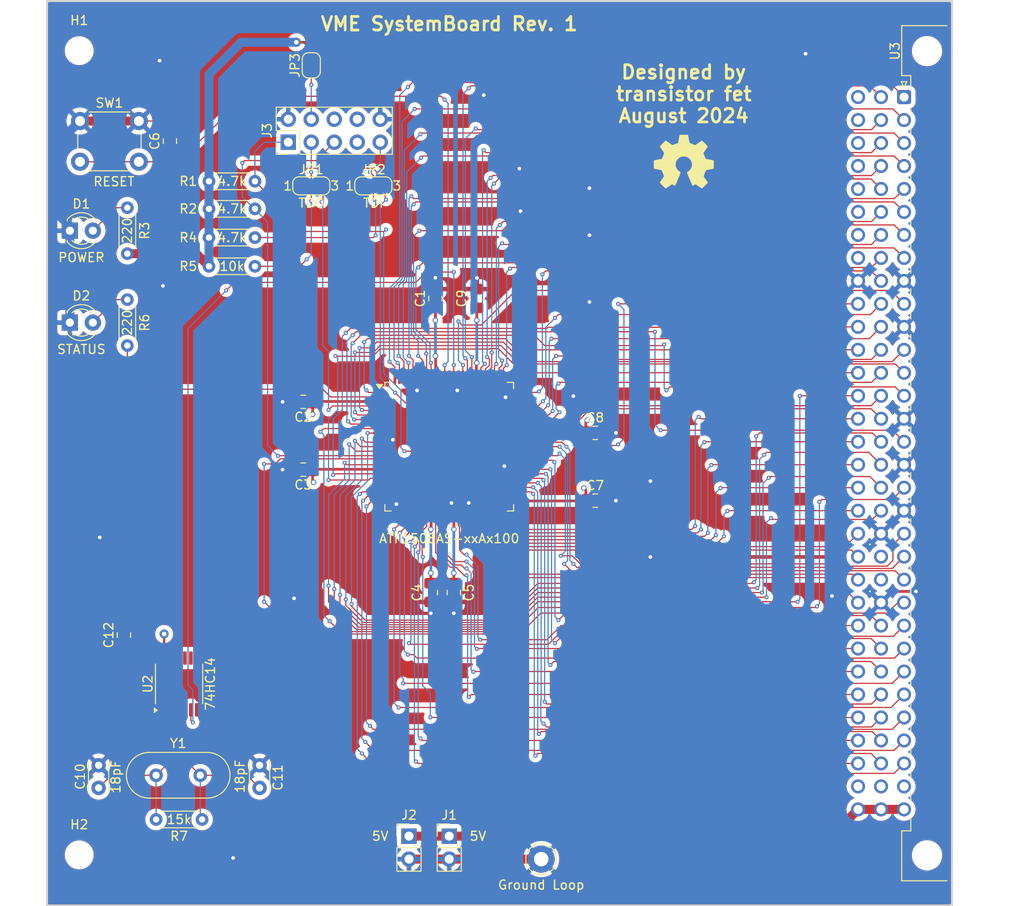
<source format=kicad_pcb>
(kicad_pcb (version 20240108) (generator "pcbnew") (generator_version "8.0")
  (title_block (title "VME SystemBoard") (rev "1"))
  (layers (0 "F.Cu" signal) (1 "In1.Cu" signal) (2 "In2.Cu" signal) (31 "B.Cu" signal) (34 "B.Paste" user) (35 "F.Paste" user) (36 "B.SilkS" user "B.Silkscreen") (37 "F.SilkS" user "F.Silkscreen") (38 "B.Mask" user) (39 "F.Mask" user) (44 "Edge.Cuts" user))
  (net 0 "")
  (net 1 "+5V")
  (net 2 "GND")
  (net 3 "Net-(C10-Pad1)")
  (net 4 "Net-(C11-Pad1)")
  (net 5 "~{RESET}")
  (net 6 "Net-(D1-A)")
  (net 7 "TMS")
  (net 8 "TCK")
  (net 9 "TDO")
  (net 10 "TDI")
  (net 11 "Net-(D2-A)")
  (net 12 "~{BBSY}")
  (net 13 "~{BR3}")
  (net 14 "~{IRQ6}")
  (net 15 "~{IACKOUT}")
  (net 16 "~{IRQ1}")
  (net 17 "~{BG3OUT}")
  (net 18 "~{BG3IN}")
  (net 19 "~{BG0IN}")
  (net 20 "~{BCLR}")
  (net 21 "~{SYSRESET}")
  (net 22 "~{BR1}")
  (net 23 "~{BG1IN}")
  (net 24 "~{IRQ3}")
  (net 25 "~{BG2OUT}")
  (net 26 "STATUSLED")
  (net 27 "~{IACKIN}")
  (net 28 "~{IRQ2}")
  (net 29 "~{IRQ7}")
  (net 30 "~{BG0OUT}")
  (net 31 "~{SYSFAIL}")
  (net 32 "~{IRQ5}")
  (net 33 "~{IRQ4}")
  (net 34 "~{BR0}")
  (net 35 "SYSCLK")
  (net 36 "~{BG2IN}")
  (net 37 "~{BG1OUT}")
  (net 38 "~{ACFAIL}")
  (net 39 "~{BR2}")
  (net 40 "~{IACK}")
  (net 41 "CLK")
  (net 52 "A8")
  (net 55 "A9")
  (net 57 "Net-(J3-Pin_9)")
  (net 58 "D3")
  (net 59 "AM0")
  (net 60 "~{DTACK}")
  (net 61 "D2")
  (net 62 "~{AS}")
  (net 63 "AM4")
  (net 64 "AM5")
  (net 65 "~{WRITE}")
  (net 66 "D1")
  (net 67 "AM1")
  (net 68 "D4")
  (net 69 "D6")
  (net 70 "A7")
  (net 71 "D0")
  (net 72 "~{LWORD}")
  (net 73 "A1")
  (net 74 "A2")
  (net 75 "A4")
  (net 76 "AM3")
  (net 77 "A5")
  (net 78 "A6")
  (net 79 "~{DS1}")
  (net 80 "A3")
  (net 81 "~{DS0}")
  (net 82 "D5")
  (net 83 "AM2")
  (net 84 "D7")
  (net 85 "~{BERR}")
  (net 87 "Net-(J3-Pin_4)")
  (net 90 "Net-(J3-Pin_3)")
  (net 91 "A11")
  (net 92 "A21")
  (net 93 "A20")
  (net 94 "A19")
  (net 95 "A17")
  (net 96 "A22")
  (net 97 "A16")
  (net 98 "A10")
  (net 99 "A13")
  (net 101 "A18")
  (net 102 "A12")
  (net 103 "A23")
  (net 104 "A14")
  (net 105 "A15")
  (footprint "Connector_DIN:DIN41612_C_3x32_Male_Horizontal_THT" (layer "F.Cu") (at 132.8 36.03 -90)
    (property "Reference" "U3")
    (property "Value" "VME64-P1-3R")
  )
  (footprint "Connector_PinHeader_2.54mm:PinHeader_2x05_P2.54mm_Vertical" (layer "F.Cu") (at 64.77 41.021 90)
    (property "Reference" "J3")
    (property "Value" "JTAG")
  )
  (footprint "Crystal:Crystal_HC49-4H_Vertical" (layer "F.Cu") (at 50.165 110.998)
    (property "Reference" "Y1")
    (property "Value" "Crystal")
  )
  (footprint "Resistor_THT:R_Axial_DIN0204_L3.6mm_D1.6mm_P5.08mm_Horizontal" (layer "F.Cu") (at 56.007 48.387)
    (property "Reference" "R2")
    (property "Value" "4.7k")
  )
  (footprint "LED_THT:LED_D3.0mm" (layer "F.Cu") (at 40.64 50.8)
    (property "Reference" "D1")
    (property "Value" "POWER")
  )
  (footprint "TestPoint:TestPoint_Loop_D2.60mm_Drill1.6mm_Beaded" (layer "F.Cu") (at 92.71 120.269)
    (property "Reference" "TP1")
    (property "Value" "Ground Loop")
  )
  (footprint "MountingHole:MountingHole_2.7mm_M2.5_DIN965" (layer "F.Cu") (at 41.67 30.9)
    (property "Reference" "H1")
    (property "Value" "MountingHole" (hide yes))
  )
  (footprint "Capacitor_THT:C_Disc_D3.0mm_W2.0mm_P2.50mm" (layer "F.Cu") (at 61.595 112.395 90)
    (property "Reference" "C11")
    (property "Value" "18pF")
  )
  (footprint "LED_THT:LED_D3.0mm" (layer "F.Cu") (at 40.64 60.96)
    (property "Reference" "D2")
    (property "Value" "STATUS")
  )
  (footprint "Capacitor_SMD:C_0805_2012Metric_Pad1.18x1.45mm_HandSolder" (layer "F.Cu") (at 83.058 90.805 -90)
    (property "Reference" "C5")
    (property "Value" "0.1uF")
  )
  (footprint "Capacitor_SMD:C_0805_2012Metric_Pad1.18x1.45mm_HandSolder" (layer "F.Cu") (at 98.679 73.152)
    (property "Reference" "C8")
    (property "Value" "0.1uF")
  )
  (footprint "Capacitor_SMD:C_0805_2012Metric_Pad1.18x1.45mm_HandSolder" (layer "F.Cu") (at 81.026 58.293 90)
    (property "Reference" "C1")
    (property "Value" "0.1uF")
  )
  (footprint "Resistor_THT:R_Axial_DIN0204_L3.6mm_D1.6mm_P5.08mm_Horizontal" (layer "F.Cu") (at 56.007 45.339)
    (property "Reference" "R1")
    (property "Value" "4.7k")
  )
  (footprint "Resistor_THT:R_Axial_DIN0204_L3.6mm_D1.6mm_P5.08mm_Horizontal" (layer "F.Cu") (at 46.99 63.5 90)
    (property "Reference" "R6")
    (property "Value" "220")
  )
  (footprint "Resistor_THT:R_Axial_DIN0204_L3.6mm_D1.6mm_P5.08mm_Horizontal" (layer "F.Cu") (at 56.007 51.562)
    (property "Reference" "R4")
    (property "Value" "4.7k")
  )
  (footprint "Resistor_THT:R_Axial_DIN0204_L3.6mm_D1.6mm_P5.08mm_Horizontal" (layer "F.Cu") (at 55.245 115.8875 180)
    (property "Reference" "R7")
    (property "Value" "15k")
  )
  (footprint "Resistor_THT:R_Axial_DIN0204_L3.6mm_D1.6mm_P5.08mm_Horizontal" (layer "F.Cu") (at 56.007 54.737)
    (property "Reference" "R5")
    (property "Value" "10k")
  )
  (footprint "Capacitor_SMD:C_0805_2012Metric_Pad1.18x1.45mm_HandSolder" (layer "F.Cu") (at 85.598 58.293 90)
    (property "Reference" "C9")
    (property "Value" "0.1uF")
  )
  (footprint "Jumper:SolderJumper-2_P1.3mm_Open_RoundedPad1.0x1.5mm" (layer "F.Cu") (at 67.31 32.527 90)
    (property "Reference" "JP3")
    (property "Value" "Vcc")
  )
  (footprint "Capacitor_SMD:C_0805_2012Metric_Pad1.18x1.45mm_HandSolder" (layer "F.Cu") (at 51.689 40.894 90)
    (property "Reference" "C6")
    (property "Value" "0.1uF")
  )
  (footprint "Jumper:SolderJumper-3_P1.3mm_Bridged12_RoundedPad1.0x1.5mm_NumberLabels" (layer "F.Cu") (at 67.31 45.847)
    (property "Reference" "JP1")
    (property "Value" "TDO")
  )
  (footprint "Capacitor_SMD:C_0805_2012Metric_Pad1.18x1.45mm_HandSolder" (layer "F.Cu") (at 46.609 95.504 90)
    (property "Reference" "C12")
    (property "Value" "0.1uF")
  )
  (footprint "Symbol:OSHW-Symbol_6.7x6mm_SilkScreen" (layer "F.Cu") (at 108.458 43.18)
    (property "Reference" "S1" (hide yes))
    (property "Value" "Logo_Open_Hardware_Small" (hide yes))
  )
  (footprint "Button_Switch_THT:SW_PUSH_6mm" (layer "F.Cu") (at 41.76 38.68)
    (property "Reference" "SW1")
    (property "Value" "RESET")
  )
  (footprint "Connector_PinHeader_2.54mm:PinHeader_1x02_P2.54mm_Vertical" (layer "F.Cu") (at 82.55 117.729)
    (property "Reference" "J1")
    (property "Value" "5V")
  )
  (footprint "Capacitor_SMD:C_0805_2012Metric_Pad1.18x1.45mm_HandSolder" (layer "F.Cu") (at 98.679 80.645)
    (property "Reference" "C7")
    (property "Value" "0.1uF")
  )
  (footprint "Capacitor_SMD:C_0805_2012Metric_Pad1.18x1.45mm_HandSolder" (layer "F.Cu") (at 66.421 69.723 180)
    (property "Reference" "C2")
    (property "Value" "0.1uF")
  )
  (footprint "Capacitor_THT:C_Disc_D3.0mm_W2.0mm_P2.50mm" (layer "F.Cu") (at 43.815 112.395 90)
    (property "Reference" "C10")
    (property "Value" "18pF")
  )
  (footprint "Capacitor_SMD:C_0805_2012Metric_Pad1.18x1.45mm_HandSolder" (layer "F.Cu") (at 66.421 77.216 180)
    (property "Reference" "C3")
    (property "Value" "0.1uF")
  )
  (footprint "Package_QFP:TQFP-100_14x14mm_P0.5mm" (layer "F.Cu") (at 82.55 74.676)
    (property "Reference" "U1" (hide yes))
    (property "Value" "ATF1508AS-xxAx100")
  )
  (footprint "Connector_PinHeader_2.54mm:PinHeader_1x02_P2.54mm_Vertical" (layer "F.Cu") (at 78.105 117.729)
    (property "Reference" "J2")
    (property "Value" "5V")
  )
  (footprint "Package_SO:TSSOP-14_4.4x5mm_P0.65mm" (layer "F.Cu") (at 52.705 100.9065 90)
    (property "Reference" "U2")
    (property "Value" "74HC14")
  )
  (footprint "Resistor_THT:R_Axial_DIN0204_L3.6mm_D1.6mm_P5.08mm_Horizontal" (layer "F.Cu") (at 46.99 53.34 90)
    (property "Reference" "R3")
    (property "Value" "220")
  )
  (footprint "MountingHole:MountingHole_2.7mm_M2.5_DIN965" (layer "F.Cu") (at 41.67 119.8)
    (property "Reference" "H2")
    (property "Value" "MountingHole" (hide yes))
  )
  (footprint "Capacitor_SMD:C_0805_2012Metric_Pad1.18x1.45mm_HandSolder" (layer "F.Cu") (at 80.518 90.805 -90)
    (property "Reference" "C4")
    (property "Value" "0.1uF")
  )
  (footprint "Jumper:SolderJumper-3_P1.3mm_Bridged12_RoundedPad1.0x1.5mm_NumberLabels" (layer "F.Cu") (at 74.168 45.847)
    (property "Reference" "JP2")
    (property "Value" "TDI")
  )
  (gr_rect (start 38.1 25.4) (end 138.1 125.4) (stroke (width 0.2)) (fill none) (layer "Edge.Cuts"))
  (gr_text "Designed by\ntransistor fet\nAugust 2024" (at 108.458 35.687 0) (layer "F.SilkS") (effects (font (size 1.5 1.5) (thickness 0.3))))
  (gr_text "VME SystemBoard Rev. 1\n" (at 82.55 27.94 0) (layer "F.SilkS") (effects (font (size 1.5 1.5) (thickness 0.3))))
  (segment (start 78.105 117.856) (end 77.978 117.983) (width 1) (layer "F.Cu") (net 1))
  (segment (start 78.105 117.729) (end 78.105 117.856) (width 1) (layer "F.Cu") (net 1))
  (segment (start 97.6415 73.152) (end 97.6415 71.9035) (width 0.3) (layer "F.Cu") (net 1))
  (segment (start 80.518 89.7675) (end 80.518 88.646) (width 0.3) (layer "F.Cu") (net 1))
  (segment (start 85.598 60.706) (end 85.598 59.3305) (width 0.3) (layer "F.Cu") (net 1))
  (segment (start 97.6415 80.645) (end 97.6415 79.4805) (width 0.3) (layer "F.Cu") (net 1))
  (segment (start 82.55 117.729) (end 124.761 117.729) (width 1) (layer "F.Cu") (net 1))
  (segment (start 124.761 117.729) (end 127.72 114.77) (width 1) (layer "F.Cu") (net 1))
  (segment (start 130.26 114.77) (end 132.8 114.77) (width 1) (layer "F.Cu") (net 1))
  (segment (start 50.165 96.52) (end 46.6305 96.52) (width 0.254) (layer "F.Cu") (net 1))
  (segment (start 66.548 29.972) (end 65.659 29.972) (width 0.3) (layer "F.Cu") (net 1))
  (segment (start 97.6175 73.176) (end 97.6415 73.152) (width 0.3) (layer "F.Cu") (net 1))
  (segment (start 81.026 60.706) (end 81.026 59.3305) (width 0.3) (layer "F.Cu") (net 1))
  (segment (start 50.755 98.044) (end 50.755 97.11) (width 0.254) (layer "F.Cu") (net 1))
  (segment (start 83.058 89.7675) (end 83.058 88.646) (width 0.3) (layer "F.Cu") (net 1))
  (segment (start 78.105 117.729) (end 82.55 117.729) (width 1) (layer "F.Cu") (net 1))
  (segment (start 74.8875 77.176) (end 67.4985 77.176) (width 0.3) (layer "F.Cu") (net 1))
  (segment (start 67.4585 69.723) (end 67.4585 71.0985) (width 0.3) (layer "F.Cu") (net 1))
  (segment (start 67.4985 77.176) (end 67.4585 77.216) (width 0.3) (layer "F.Cu") (net 1))
  (segment (start 90.2125 73.176) (end 97.6175 73.176) (width 0.3) (layer "F.Cu") (net 1))
  (segment (start 83.058 83.82) (end 83.058 82.3465) (width 0.3) (layer "F.Cu") (net 1))
  (segment (start 90.2125 80.676) (end 97.6105 80.676) (width 0.3) (layer "F.Cu") (net 1))
  (segment (start 97.6415 79.4805) (end 97.409 79.248) (width 0.3) (layer "F.Cu") (net 1))
  (segment (start 51.054 95.377) (end 51.054 96.774) (width 0.254) (layer "F.Cu") (net 1))
  (segment (start 67.31 31.877) (end 67.31 30.734) (width 0.3) (layer "F.Cu") (net 1))
  (segment (start 51.054 96.774) (end 50.755 97.073) (width 0.254) (layer "F.Cu") (net 1))
  (segment (start 74.8875 69.676) (end 67.5055 69.676) (width 0.3) (layer "F.Cu") (net 1))
  (segment (start 54.61 53.34) (end 56.007 54.737) (width 1) (layer "F.Cu") (net 1))
  (segment (start 67.564 78.613) (end 67.4585 78.5075) (width 0.3) (layer "F.Cu") (net 1))
  (segment (start 85.55 67.0135) (end 85.55 65.453) (width 0.3) (layer "F.Cu") (net 1))
  (segment (start 67.437 71.12) (end 67.4585 71.0985) (width 0.3) (layer "F.Cu") (net 1))
  (segment (start 127.72 114.77) (end 130.26 114.77) (width 1) (layer "F.Cu") (net 1))
  (segment (start 80.518 83.82) (end 80.55 83.788) (width 0.3) (layer "F.Cu") (net 1))
  (segment (start 80.55 83.788) (end 80.55 82.3385) (width 0.3) (layer "F.Cu") (net 1))
  (segment (start 46.99 53.34) (end 54.61 53.34) (width 1) (layer "F.Cu") (net 1))
  (segment (start 85.55 65.453) (end 85.598 65.405) (width 0.3) (layer "F.Cu") (net 1))
  (segment (start 67.31 30.734) (end 66.548 29.972) (width 0.3) (layer "F.Cu") (net 1))
  (segment (start 67.5055 69.676) (end 67.4585 69.723) (width 0.3) (layer "F.Cu") (net 1))
  (segment (start 97.6105 80.676) (end 97.6415 80.645) (width 0.3) (layer "F.Cu") (net 1))
  (segment (start 97.6415 71.9035) (end 97.79 71.755) (width 0.3) (layer "F.Cu") (net 1))
  (segment (start 83.058 82.3465) (end 83.05 82.3385) (width 0.3) (layer "F.Cu") (net 1))
  (segment (start 46.6305 96.52) (end 46.609 96.5415) (width 0.254) (layer "F.Cu") (net 1))
  (segment (start 81.0045 59.309) (end 81.026 59.3305) (width 1) (layer "F.Cu") (net 1))
  (segment (start 50.755 97.11) (end 50.165 96.52) (width 0.254) (layer "F.Cu") (net 1))
  (segment (start 50.755 97.073) (end 50.755 98.044) (width 0.254) (layer "F.Cu") (net 1))
  (segment (start 67.4585 78.5075) (end 67.4585 77.216) (width 0.3) (layer "F.Cu") (net 1))
  (segment (start 81.026 64.643) (end 81.05 64.667) (width 0.3) (layer "F.Cu") (net 1))
  (segment (start 81.05 64.667) (end 81.05 67.0135) (width 0.3) (layer "F.Cu") (net 1))
  (via (at 85.598 65.405) (size 0.6) (drill 0.4) (layers "F.Cu" "B.Cu") (net 1))
  (via (at 65.659 29.972) (size 1) (drill 0.5) (layers "F.Cu" "B.Cu") (net 1))
  (via (at 67.4585 71.0985) (size 0.6) (drill 0.4) (layers "F.Cu" "B.Cu") (net 1))
  (via (at 85.598 60.706) (size 0.6) (drill 0.4) (layers "F.Cu" "B.Cu") (net 1))
  (via (at 67.564 78.613) (size 0.6) (drill 0.4) (layers "F.Cu" "B.Cu") (net 1))
  (via (at 81.026 64.643) (size 0.6) (drill 0.4) (layers "F.Cu" "B.Cu") (net 1))
  (via (at 81.026 60.706) (size 0.6) (drill 0.4) (layers "F.Cu" "B.Cu") (net 1))
  (via (at 83.058 88.646) (size 0.6) (drill 0.4) (layers "F.Cu" "B.Cu") (net 1))
  (via (at 51.054 95.377) (size 1) (drill 0.5) (layers "F.Cu" "B.Cu") (net 1))
  (via (at 80.518 88.646) (size 0.6) (drill 0.4) (layers "F.Cu" "B.Cu") (net 1))
  (via (at 97.79 71.755) (size 0.6) (drill 0.4) (layers "F.Cu" "B.Cu") (net 1))
  (via (at 97.409 79.248) (size 0.6) (drill 0.4) (layers "F.Cu" "B.Cu") (net 1))
  (via (at 80.518 83.82) (size 0.6) (drill 0.4) (layers "F.Cu" "B.Cu") (net 1))
  (via (at 83.058 83.82) (size 0.6) (drill 0.4) (layers "F.Cu" "B.Cu") (net 1))
  (segment (start 56.007 33.528) (end 59.563 29.972) (width 1) (layer "B.Cu") (net 1))
  (segment (start 56.007 51.562) (end 56.007 54.737) (width 1) (layer "B.Cu") (net 1))
  (segment (start 85.598 65.405) (end 85.598 60.706) (width 0.3) (layer "B.Cu") (net 1))
  (segment (start 56.007 48.387) (end 56.007 51.562) (width 1) (layer "B.Cu") (net 1))
  (segment (start 56.007 45.339) (end 56.007 33.528) (width 1) (layer "B.Cu") (net 1))
  (segment (start 81.026 64.643) (end 81.026 60.706) (width 0.3) (layer "B.Cu") (net 1))
  (segment (start 80.518 83.82) (end 80.518 88.646) (width 0.3) (layer "B.Cu") (net 1))
  (segment (start 83.058 88.646) (end 83.058 83.82) (width 0.3) (layer "B.Cu") (net 1))
  (segment (start 59.563 29.972) (end 65.659 29.972) (width 1) (layer "B.Cu") (net 1))
  (segment (start 56.007 45.339) (end 56.007 48.387) (width 1) (layer "B.Cu") (net 1))
  (segment (start 78.105 120.269) (end 82.55 120.269) (width 1) (layer "F.Cu") (net 2))
  (segment (start 99.7165 73.152) (end 100.965 73.152) (width 0.3) (layer "F.Cu") (net 2))
  (segment (start 134.112 90.678) (end 131.492 90.678) (width 0.3) (layer "F.Cu") (net 2))
  (segment (start 74.8875 73.676) (end 76.089 73.676) (width 0.3) (layer "F.Cu") (net 2))
  (segment (start 83.55 67.0135) (end 83.55 68.342) (width 0.3) (layer "F.Cu") (net 2))
  (segment (start 65.3835 69.723) (end 64.135 69.723) (width 0.3) (layer "F.Cu") (net 2))
  (segment (start 83.55 68.342) (end 83.439 68.453) (width 0.3) (layer "F.Cu") (net 2))
  (segment (start 80.518 91.8425) (end 80.518 93.091) (width 0.3) (layer "F.Cu") (net 2))
  (segment (start 84.709 80.899) (end 85.05 81.24) (width 0.3) (layer "F.Cu") (net 2))
  (segment (start 90.2125 69.176) (end 88.812 69.176) (width 0.3) (layer "F.Cu") (net 2))
  (segment (start 99.7165 80.645) (end 100.965 80.645) (width 0.3) (layer "F.Cu") (net 2))
  (segment (start 85.598 57.277) (end 85.598 56.0285) (width 0.3) (layer "F.Cu") (net 2))
  (segment (start 90.2125 76.676) (end 88.805 76.676) (width 0.3) (layer "F.Cu") (net 2))
  (segment (start 85.05 81.24) (end 85.05 82.3385) (width 0.3) (layer "F.Cu") (net 2))
  (segment (start 76.55 81.184) (end 76.708 81.026) (width 0.3) (layer "F.Cu") (net 2))
  (segment (start 76.089 73.676) (end 76.327 73.914) (width 0.3) (layer "F.Cu") (net 2))
  (segment (start 83.058 91.8425) (end 83.058 93.091) (width 0.3) (layer "F.Cu") (net 2))
  (segment (start 48.26 38.68) (end 50.5125 38.68) (width 0.127) (layer "F.Cu") (net 2))
  (segment (start 88.812 69.176) (end 88.773 69.215) (width 0.3) (layer "F.Cu") (net 2))
  (segment (start 79.05 67.0135) (end 79.05 68.397) (width 0.3) (layer "F.Cu") (net 2))
  (segment (start 82.55 120.269) (end 92.71 120.269) (width 1) (layer "F.Cu") (net 2))
  (segment (start 82.55 81.153) (end 82.804 80.899) (width 0.3) (layer "F.Cu") (net 2))
  (segment (start 81.026 57.2555) (end 81.026 56.007) (width 0.3) (layer "F.Cu") (net 2))
  (segment (start 79.05 68.397) (end 78.994 68.453) (width 0.3) (layer "F.Cu") (net 2))
  (segment (start 131.492 90.678) (end 130.26 91.91) (width 0.3) (layer "F.Cu") (net 2))
  (segment (start 88.805 76.676) (end 88.646 76.835) (width 0.3) (layer "F.Cu") (net 2))
  (segment (start 50.5125 38.68) (end 51.689 39.8565) (width 0.127) (layer "F.Cu") (net 2))
  (segment (start 41.76 38.68) (end 48.26 38.68) (width 1) (layer "F.Cu") (net 2))
  (segment (start 76.55 82.3385) (end 76.55 81.184) (width 0.3) (layer "F.Cu") (net 2))
  (segment (start 65.3835 77.216) (end 64.135 77.216) (width 0.3) (layer "F.Cu") (net 2))
  (segment (start 82.55 82.3385) (end 82.55 81.153) (width 0.3) (layer "F.Cu") (net 2))
  (via (at 65.405 91.44) (size 0.6) (drill 0.4) (layers "F.Cu" "B.Cu") (net 2))
  (via (at 86.36 35.814) (size 0.6) (drill 0.4) (layers "F.Cu" "B.Cu") (net 2))
  (via (at 98.044 51.308) (size 0.6) (drill 0.4) (layers "F.Cu" "B.Cu") (net 2))
  (via (at 90.297 43.942) (size 0.6) (drill 0.4) (layers "F.Cu" "B.Cu") (net 2))
  (via (at 88.646 76.835) (size 0.6) (drill 0.4) (layers "F.Cu" "B.Cu") (net 2))
  (via (at 76.327 73.914) (size 0.6) (drill 0.4) (layers "F.Cu" "B.Cu") (net 2))
  (via (at 64.135 69.723) (size 0.6) (drill 0.4) (layers "F.Cu" "B.Cu") (net 2))
  (via (at 100.965 73.152) (size 0.6) (drill 0.4) (layers "F.Cu" "B.Cu") (net 2))
  (via (at 90.424 48.641) (size 0.6) (drill 0.4) (layers "F.Cu" "B.Cu") (net 2))
  (via (at 129.032 85.471) (size 0.45) (drill 0.2) (layers "F.Cu" "B.Cu") (net 2))
  (via (at 80.518 93.091) (size 0.6) (drill 0.4) (layers "F.Cu" "B.Cu") (net 2))
  (via (at 124.841 91.186) (size 0.6) (drill 0.4) (layers "F.Cu" "B.Cu") (net 2))
  (via (at 98.044 46.101) (size 0.6) (drill 0.4) (layers "F.Cu" "B.Cu") (net 2))
  (via (at 58.674 120.142) (size 0.6) (drill 0.4) (layers "F.Cu" "B.Cu") (net 2))
  (via (at 98.044 58.674) (size 0.6) (drill 0.4) (layers "F.Cu" "B.Cu") (net 2))
  (via (at 76.708 81.026) (size 0.6) (drill 0.4) (layers "F.Cu" "B.Cu") (net 2))
  (via (at 96.266 69.088) (size 0.6) (drill 0.4) (layers "F.Cu" "B.Cu") (net 2))
  (via (at 64.135 77.216) (size 0.6) (drill 0.4) (layers "F.Cu" "B.Cu") (net 2))
  (via (at 78.994 68.453) (size 0.6) (drill 0.4) (layers "F.Cu" "B.Cu") (net 2))
  (via (at 83.439 68.453) (size 0.6) (drill 0.4) (layers "F.Cu" "B.Cu") (net 2))
  (via (at 50.927 56.896) (size 0.6) (drill 0.4) (layers "F.Cu" "B.Cu") (net 2))
  (via (at 134.112 90.678) (size 0.6) (drill 0.4) (layers "F.Cu" "B.Cu") (net 2))
  (via (at 100.965 80.645) (size 0.6) (drill 0.4) (layers "F.Cu" "B.Cu") (net 2))
  (via (at 85.598 56.0285) (size 0.6) (drill 0.4) (layers "F.Cu" "B.Cu") (net 2))
  (via (at 84.709 80.899) (size 0.6) (drill 0.4) (layers "F.Cu" "B.Cu") (net 2))
  (via (at 104.775 78.486) (size 0.6) (drill 0.4) (layers "F.Cu" "B.Cu") (net 2))
  (via (at 83.058 93.091) (size 0.6) (drill 0.4) (layers "F.Cu" "B.Cu") (net 2))
  (via (at 121.92 31.242) (size 0.6) (drill 0.4) (layers "F.Cu" "B.Cu") (net 2))
  (via (at 129.032 90.678) (size 0.45) (drill 0.2) (layers "F.Cu" "B.Cu") (net 2))
  (via (at 104.775 86.868) (size 0.6) (drill 0.4) (layers "F.Cu" "B.Cu") (net 2))
  (via (at 81.026 56.007) (size 0.6) (drill 0.4) (layers "F.Cu" "B.Cu") (net 2))
  (via (at 82.804 80.899) (size 0.6) (drill 0.4) (layers "F.Cu" "B.Cu") (net 2))
  (via (at 88.773 69.215) (size 0.6) (drill 0.4) (layers "F.Cu" "B.Cu") (net 2))
  (via (at 43.942 84.709) (size 0.6) (drill 0.4) (layers "F.Cu" "B.Cu") (net 2))
  (via (at 50.546 32.004) (size 0.6) (drill 0.4) (layers "F.Cu" "B.Cu") (net 2))
  (segment (start 40.64 50.8) (end 40.64 50.292) (width 1) (layer "B.Cu") (net 2))
  (segment (start 39.497 49.149) (end 39.497 40.943) (width 1) (layer "B.Cu") (net 2))
  (segment (start 40.64 50.292) (end 39.497 49.149) (width 1) (layer "B.Cu") (net 2))
  (segment (start 40.64 60.96) (end 40.64 50.8) (width 1) (layer "B.Cu") (net 2))
  (segment (start 39.497 40.943) (end 41.76 38.68) (width 1) (layer "B.Cu") (net 2))
  (segment (start 50.165 110.998) (end 45.212 110.998) (width 0.127) (layer "F.Cu") (net 3))
  (segment (start 52.055 109.108) (end 52.055 103.769) (width 0.127) (layer "F.Cu") (net 3))
  (segment (start 45.212 110.998) (end 43.815 112.395) (width 0.127) (layer "F.Cu") (net 3))
  (segment (start 50.165 110.998) (end 52.055 109.108) (width 0.127) (layer "F.Cu") (net 3))
  (segment (start 50.16 110.993) (end 50.165 110.998) (width 0.127) (layer "B.Cu") (net 3))
  (segment (start 50.165 110.998) (end 50.165 115.8875) (width 0.127) (layer "B.Cu") (net 3))
  (segment (start 53.086 105.156) (end 53.355 104.887) (width 0.127) (layer "F.Cu") (net 4))
  (segment (start 52.705 103.769) (end 52.705 104.902) (width 0.127) (layer "F.Cu") (net 4))
  (segment (start 53.355 104.887) (end 53.355 103.769) (width 0.127) (layer "F.Cu") (net 4))
  (segment (start 52.705 104.902) (end 52.959 105.156) (width 0.127) (layer "F.Cu") (net 4))
  (segment (start 52.959 105.156) (end 53.086 105.156) (width 0.127) (layer "F.Cu") (net 4))
  (segment (start 60.198 110.998) (end 61.595 112.395) (width 0.127) (layer "F.Cu") (net 4))
  (segment (start 53.355 103.769) (end 53.355 109.308) (width 0.127) (layer "F.Cu") (net 4))
  (segment (start 55.045 110.998) (end 60.198 110.998) (width 0.127) (layer "F.Cu") (net 4))
  (segment (start 53.355 109.308) (end 55.045 110.998) (width 0.127) (layer "F.Cu") (net 4))
  (segment (start 55.045 110.998) (end 55.045 115.6875) (width 0.127) (layer "B.Cu") (net 4))
  (segment (start 55.24 110.803) (end 55.045 110.998) (width 0.127) (layer "B.Cu") (net 4))
  (segment (start 55.045 115.6875) (end 55.245 115.8875) (width 0.127) (layer "B.Cu") (net 4))
  (segment (start 81.661 35.941) (end 59.944 35.941) (width 0.127) (layer "F.Cu") (net 5))
  (segment (start 41.76 43.18) (end 48.26 43.18) (width 0.127) (layer "F.Cu") (net 5))
  (segment (start 50.4405 43.18) (end 51.689 41.9315) (width 0.127) (layer "F.Cu") (net 5))
  (segment (start 82.05 65.794) (end 82.05 67.0135) (width 0.127) (layer "F.Cu") (net 5))
  (segment (start 82.042 65.659) (end 82.042 65.786) (width 0.127) (layer "F.Cu") (net 5))
  (segment (start 82.042 65.786) (end 82.05 65.794) (width 0.127) (layer "F.Cu") (net 5))
  (segment (start 82.042 36.322) (end 81.661 35.941) (width 0.127) (layer "F.Cu") (net 5))
  (segment (start 59.944 35.941) (end 53.9535 41.9315) (width 0.127) (layer "F.Cu") (net 5))
  (segment (start 53.9535 41.9315) (end 51.689 41.9315) (width 0.127) (layer "F.Cu") (net 5))
  (segment (start 48.26 43.18) (end 50.4405 43.18) (width 0.127) (layer "F.Cu") (net 5))
  (via (at 82.042 65.659) (size 0.45) (drill 0.2) (layers "F.Cu" "B.Cu") (net 5))
  (via (at 82.042 36.322) (size 0.45) (drill 0.2) (layers "F.Cu" "B.Cu") (net 5))
  (segment (start 82.423 65.278) (end 82.042 65.659) (width 0.127) (layer "B.Cu") (net 5))
  (segment (start 82.042 36.322) (end 82.423 36.703) (width 0.127) (layer "B.Cu") (net 5))
  (segment (start 82.423 36.703) (end 82.423 65.278) (width 0.127) (layer "B.Cu") (net 5))
  (segment (start 43.18 50.8) (end 45.72 48.26) (width 0.127) (layer "F.Cu") (net 6))
  (segment (start 45.72 48.26) (end 46.99 48.26) (width 0.127) (layer "F.Cu") (net 6))
  (segment (start 63.627 75.692) (end 63.643 75.676) (width 0.127) (layer "F.Cu") (net 7))
  (segment (start 67.818 43.053) (end 69.85 41.021) (width 0.127) (layer "F.Cu") (net 7))
  (segment (start 59.944 43.053) (end 67.818 43.053) (width 0.127) (layer "F.Cu") (net 7))
  (segment (start 63.643 75.676) (end 74.8875 75.676) (width 0.127) (layer "F.Cu") (net 7))
  (segment (start 59.69 43.307) (end 59.944 43.053) (width 0.127) (layer "F.Cu") (net 7))
  (via (at 63.627 75.692) (size 0.45) (drill 0.2) (layers "F.Cu" "B.Cu") (net 7))
  (via (at 59.69 43.307) (size 0.45) (drill 0.2) (layers "F.Cu" "B.Cu") (net 7))
  (segment (start 59.69 47.04) (end 59.69 43.307) (width 0.127) (layer "B.Cu") (net 7))
  (segment (start 62.484 74.549) (end 62.484 49.834) (width 0.127) (layer "B.Cu") (net 7))
  (segment (start 62.484 49.834) (end 59.69 47.04) (width 0.127) (layer "B.Cu") (net 7))
  (segment (start 63.627 75.692) (end 62.484 74.549) (width 0.127) (layer "B.Cu") (net 7))
  (segment (start 61.087 45.339) (end 66.6385 50.8905) (width 0.127) (layer "F.Cu") (net 8))
  (segment (start 77.597 75.176) (end 90.2125 75.176) (width 0.127) (layer "F.Cu") (net 8))
  (segment (start 66.6385 50.8905) (end 75.3475 50.8905) (width 0.127) (layer "F.Cu") (net 8))
  (segment (start 75.3475 50.8905) (end 75.565 50.673) (width 0.127) (layer "F.Cu") (net 8))
  (via (at 75.565 50.673) (size 0.45) (drill 0.2) (layers "F.Cu" "B.Cu") (net 8))
  (via (at 77.597 75.176) (size 0.45) (drill 0.2) (layers "F.Cu" "B.Cu") (net 8))
  (segment (start 77.216 74.795) (end 77.216 68.453) (width 0.127) (layer "B.Cu") (net 8))
  (segment (start 61.087 42.037) (end 62.103 41.021) (width 0.127) (layer "B.Cu") (net 8))
  (segment (start 61.087 45.287) (end 61.087 42.037) (width 0.127) (layer "B.Cu") (net 8))
  (segment (start 75.311 66.548) (end 75.311 50.927) (width 0.127) (layer "B.Cu") (net 8))
  (segment (start 62.103 41.021) (end 64.77 41.021) (width 0.127) (layer "B.Cu") (net 8))
  (segment (start 77.216 68.453) (end 75.311 66.548) (width 0.127) (layer "B.Cu") (net 8))
  (segment (start 77.597 75.176) (end 77.216 74.795) (width 0.127) (layer "B.Cu") (net 8))
  (segment (start 75.311 50.927) (end 75.565 50.673) (width 0.127) (layer "B.Cu") (net 8))
  (segment (start 75.565 47.371) (end 75.468 47.274) (width 0.127) (layer "F.Cu") (net 9))
  (segment (start 89.051 69.826) (end 89.201 69.676) (width 0.127) (layer "F.Cu") (net 9))
  (segment (start 77.7 69.826) (end 89.051 69.826) (width 0.127) (layer "F.Cu") (net 9))
  (segment (start 66.8385 43.9055) (end 74.1315 43.9055) (width 0.127) (layer "F.Cu") (net 9))
  (segment (start 66.01 45.847) (end 66.01 44.734) (width 0.127) (layer "F.Cu") (net 9))
  (segment (start 75.468 47.274) (end 75.468 45.847) (width 0.127) (layer "F.Cu") (net 9))
  (segment (start 66.01 44.734) (end 66.8385 43.9055) (width 0.127) (layer "F.Cu") (net 9))
  (segment (start 76.581 68.707) (end 77.7 69.826) (width 0.127) (layer "F.Cu") (net 9))
  (segment (start 74.1315 43.9055) (end 75.468 45.242) (width 0.127) (layer "F.Cu") (net 9))
  (segment (start 75.468 45.242) (end 75.468 45.847) (width 0.127) (layer "F.Cu") (net 9))
  (segment (start 89.201 69.676) (end 90.2125 69.676) (width 0.127) (layer "F.Cu") (net 9))
  (via (at 76.581 68.707) (size 0.45) (drill 0.2) (layers "F.Cu" "B.Cu") (net 9))
  (via (at 75.565 47.371) (size 0.45) (drill 0.2) (layers "F.Cu" "B.Cu") (net 9))
  (segment (start 74.93 67.056) (end 74.93 48.006) (width 0.127) (layer "B.Cu") (net 9))
  (segment (start 74.93 48.006) (end 75.565 47.371) (width 0.127) (layer "B.Cu") (net 9))
  (segment (start 76.581 68.707) (end 74.93 67.056) (width 0.127) (layer "B.Cu") (net 9))
  (segment (start 68.61 45.847) (end 68.61 47.468) (width 0.127) (layer "F.Cu") (net 10))
  (segment (start 68.61 45.847) (end 72.868 45.847) (width 0.127) (layer "F.Cu") (net 10))
  (segment (start 74.8875 70.176) (end 69.651 70.176) (width 0.127) (layer "F.Cu") (net 10))
  (segment (start 69.651 70.176) (end 69.215 70.612) (width 0.127) (layer "F.Cu") (net 10))
  (segment (start 68.61 47.468) (end 68.453 47.625) (width 0.127) (layer "F.Cu") (net 10))
  (via (at 69.215 70.612) (size 0.45) (drill 0.2) (layers "F.Cu" "B.Cu") (net 10))
  (via (at 68.453 47.625) (size 0.45) (drill 0.2) (layers "F.Cu" "B.Cu") (net 10))
  (segment (start 69.215 64.135) (end 68.58 63.5) (width 0.127) (layer "B.Cu") (net 10))
  (segment (start 69.215 70.612) (end 69.215 64.135) (width 0.127) (layer "B.Cu") (net 10))
  (segment (start 68.453 47.625) (end 68.58 47.752) (width 0.127) (layer "B.Cu") (net 10))
  (segment (start 68.58 47.752) (end 68.58 63.5) (width 0.127) (layer "B.Cu") (net 10))
  (segment (start 43.18 60.96) (end 45.72 58.42) (width 0.127) (layer "F.Cu") (net 11))
  (segment (start 45.72 58.42) (end 46.99 58.42) (width 0.127) (layer "F.Cu") (net 11))
  (segment (start 129.028 34.798) (end 130.26 36.03) (width 0.127) (layer "F.Cu") (net 12))
  (segment (start 84.963 34.798) (end 129.028 34.798) (width 0.127) (layer "F.Cu") (net 12))
  (segment (start 84.55 65.119) (end 84.328 64.897) (width 0.127) (layer "F.Cu") (net 12))
  (segment (start 84.55 67.0135) (end 84.55 65.119) (width 0.127) (layer "F.Cu") (net 12))
  (segment (start 84.709 35.052) (end 84.963 34.798) (width 0.127) (layer "F.Cu") (net 12))
  (via (at 84.328 64.897) (size 0.45) (drill 0.2) (layers "F.Cu" "B.Cu") (net 12))
  (via (at 84.709 35.052) (size 0.45) (drill 0.2) (layers "F.Cu" "B.Cu") (net 12))
  (segment (start 84.074 64.643) (end 84.074 35.687) (width 0.127) (layer "B.Cu") (net 12))
  (segment (start 84.074 35.687) (end 84.709 35.052) (width 0.127) (layer "B.Cu") (net 12))
  (segment (start 84.328 64.897) (end 84.074 64.643) (width 0.127) (layer "B.Cu") (net 12))
  (segment (start 98.171 70.485) (end 129.155 70.485) (width 0.127) (layer "F.Cu") (net 13))
  (segment (start 129.155 70.485) (end 130.26 71.59) (width 0.127) (layer "F.Cu") (net 13))
  (segment (start 95.98 72.676) (end 98.171 70.485) (width 0.127) (layer "F.Cu") (net 13))
  (segment (start 90.2125 72.676) (end 95.98 72.676) (width 0.127) (layer "F.Cu") (net 13))
  (segment (start 93.726 77.176) (end 90.2125 77.176) (width 0.127) (layer "F.Cu") (net 14))
  (segment (start 129.155 95.885) (end 130.26 96.99) (width 0.127) (layer "F.Cu") (net 14))
  (segment (start 94.742 95.885) (end 129.155 95.885) (width 0.127) (layer "F.Cu") (net 14))
  (segment (start 94.234 96.393) (end 94.742 95.885) (width 0.127) (layer "F.Cu") (net 14))
  (via (at 93.726 77.176) (size 0.45) (drill 0.2) (layers "F.Cu" "B.Cu") (net 14))
  (via (at 94.234 96.393) (size 0.45) (drill 0.2) (layers "F.Cu" "B.Cu") (net 14))
  (segment (start 93.853 96.012) (end 93.853 77.303) (width 0.127) (layer "B.Cu") (net 14))
  (segment (start 94.234 96.393) (end 93.853 96.012) (width 0.127) (layer "B.Cu") (net 14))
  (segment (start 93.853 77.303) (end 93.726 77.176) (width 0.127) (layer "B.Cu") (net 14))
  (segment (start 96.012 88.392) (end 131.826 88.392) (width 0.127) (layer "F.Cu") (net 15))
  (segment (start 131.826 88.392) (end 132.8 89.366) (width 0.127) (layer "F.Cu") (net 15))
  (segment (start 95.25 87.63) (end 96.012 88.392) (width 0.127) (layer "F.Cu") (net 15))
  (segment (start 132.8 89.366) (end 132.8 89.37) (width 0.127) (layer "F.Cu") (net 15))
  (segment (start 94.742 74.676) (end 90.2125 74.676) (width 0.127) (layer "F.Cu") (net 15))
  (via (at 94.742 74.676) (size 0.45) (drill 0.2) (layers "F.Cu" "B.Cu") (net 15))
  (via (at 95.25 87.63) (size 0.45) (drill 0.2) (layers "F.Cu" "B.Cu") (net 15))
  (segment (start 94.742 74.676) (end 95.631 75.565) (width 0.127) (layer "B.Cu") (net 15))
  (segment (start 95.631 75.565) (end 95.631 87.249) (width 0.127) (layer "B.Cu") (net 15))
  (segment (start 95.631 87.249) (end 95.25 87.63) (width 0.127) (layer "B.Cu") (net 15))
  (segment (start 90.2125 79.676) (end 91.614 79.676) (width 0.127) (layer "F.Cu") (net 16))
  (segment (start 130.26 109.69) (end 129.155 108.585) (width 0.127) (layer "F.Cu") (net 16))
  (segment (start 129.155 108.585) (end 92.329 108.585) (width 0.127) (layer "F.Cu") (net 16))
  (segment (start 91.614 79.676) (end 91.821 79.883) (width 0.127) (layer "F.Cu") (net 16))
  (segment (start 92.329 108.585) (end 92.075 108.839) (width 0.127) (layer "F.Cu") (net 16))
  (via (at 92.075 108.839) (size 0.45) (drill 0.2) (layers "F.Cu" "B.Cu") (net 16))
  (via (at 91.821 79.883) (size 0.45) (drill 0.2) (layers "F.Cu" "B.Cu") (net 16))
  (segment (start 91.948 80.01) (end 91.948 108.712) (width 0.127) (layer "B.Cu") (net 16))
  (segment (start 91.948 108.712) (end 92.075 108.839) (width 0.127) (layer "B.Cu") (net 16))
  (segment (start 91.821 79.883) (end 91.948 80.01) (width 0.127) (layer "B.Cu") (net 16))
  (segment (start 93.472 70.104) (end 92.9 70.676) (width 0.127) (layer "F.Cu") (net 17))
  (segment (start 93.853 62.738) (end 128.952 62.738) (width 0.127) (layer "F.Cu") (net 17))
  (segment (start 128.952 62.738) (end 130.26 61.43) (width 0.127) (layer "F.Cu") (net 17))
  (segment (start 92.9 70.676) (end 90.2125 70.676) (width 0.127) (layer "F.Cu") (net 17))
  (via (at 93.853 62.738) (size 0.45) (drill 0.2) (layers "F.Cu" "B.Cu") (net 17))
  (via (at 93.472 70.104) (size 0.45) (drill 0.2) (layers "F.Cu" "B.Cu") (net 17))
  (segment (start 93.599 62.992) (end 93.599 69.977) (width 0.127) (layer "B.Cu") (net 17))
  (segment (start 93.853 62.738) (end 93.599 62.992) (width 0.127) (layer "B.Cu") (net 17))
  (segment (start 93.599 69.977) (end 93.472 70.104) (width 0.127) (layer "B.Cu") (net 17))
  (segment (start 94.615 60.071) (end 129.079 60.071) (width 0.127) (layer "F.Cu") (net 18))
  (segment (start 94.234 60.452) (end 94.615 60.071) (width 0.127) (layer "F.Cu") (net 18))
  (segment (start 92.9005 69.6595) (end 92.384 70.176) (width 0.127) (layer "F.Cu") (net 18))
  (segment (start 92.384 70.176) (end 90.2125 70.176) (width 0.127) (layer "F.Cu") (net 18))
  (segment (start 129.079 60.071) (end 130.26 58.89) (width 0.127) (layer "F.Cu") (net 18))
  (via (at 94.234 60.452) (size 0.45) (drill 0.2) (layers "F.Cu" "B.Cu") (net 18))
  (via (at 92.9005 69.6595) (size 0.45) (drill 0.2) (layers "F.Cu" "B.Cu") (net 18))
  (segment (start 93.218 69.342) (end 93.218 61.468) (width 0.127) (layer "B.Cu") (net 18))
  (segment (start 92.9005 69.6595) (end 93.218 69.342) (width 0.127) (layer "B.Cu") (net 18))
  (segment (start 93.218 61.468) (end 94.234 60.452) (width 0.127) (layer "B.Cu") (net 18))
  (segment (start 86.995 65.024) (end 86.995 65.659) (width 0.127) (layer "F.Cu") (net 19))
  (segment (start 87.122 44.958) (end 87.376 44.704) (width 0.127) (layer "F.Cu") (net 19))
  (segment (start 86.995 65.659) (end 86.55 66.104) (width 0.127) (layer "F.Cu") (net 19))
  (segment (start 87.376 44.704) (end 129.206 44.704) (width 0.127) (layer "F.Cu") (net 19))
  (segment (start 129.206 44.704) (end 130.26 43.65) (width 0.127) (layer "F.Cu") (net 19))
  (segment (start 86.741 64.77) (end 86.995 65.024) (width 0.127) (layer "F.Cu") (net 19))
  (segment (start 86.55 66.104) (end 86.55 67.0135) (width 0.127) (layer "F.Cu") (net 19))
  (via (at 86.741 64.77) (size 0.45) (drill 0.2) (layers "F.Cu" "B.Cu") (net 19))
  (via (at 87.122 44.958) (size 0.45) (drill 0.2) (layers "F.Cu" "B.Cu") (net 19))
  (segment (start 86.741 45.339) (end 87.122 44.958) (width 0.127) (layer "B.Cu") (net 19))
  (segment (start 86.741 64.77) (end 86.741 45.339) (width 0.127) (layer "B.Cu") (net 19))
  (segment (start 85.471 39.497) (end 85.598 39.624) (width 0.127) (layer "F.Cu") (net 20))
  (segment (start 85.05 64.77) (end 85.05 67.0135) (width 0.127) (layer "F.Cu") (net 20))
  (segment (start 85.598 39.624) (end 129.206 39.624) (width 0.127) (layer "F.Cu") (net 20))
  (segment (start 129.206 39.624) (end 130.26 38.57) (width 0.127) (layer "F.Cu") (net 20))
  (via (at 85.05 64.77) (size 0.45) (drill 0.2) (layers "F.Cu" "B.Cu") (net 20))
  (via (at 85.471 39.497) (size 0.45) (drill 0.2) (layers "F.Cu" "B.Cu") (net 20))
  (segment (start 84.328 40.64) (end 85.471 39.497) (width 0.127) (layer "B.Cu") (net 20))
  (segment (start 85.05 64.77) (end 84.328 64.048) (width 0.127) (layer "B.Cu") (net 20))
  (segment (start 84.328 64.048) (end 84.328 40.64) (width 0.127) (layer "B.Cu") (net 20))
  (segment (start 89.994105 63.97) (end 127.72 63.97) (width 0.127) (layer "F.Cu") (net 21))
  (segment (start 73.629 68.676) (end 73.406 68.453) (width 0.127) (layer "F.Cu") (net 21))
  (segment (start 88.762105 62.738) (end 89.994105 63.97) (width 0.127) (layer "F.Cu") (net 21))
  (segment (start 74.8875 68.676) (end 73.629 68.676) (width 0.127) (layer "F.Cu") (net 21))
  (segment (start 73.152 63.119) (end 73.533 62.738) (width 0.127) (layer "F.Cu") (net 21))
  (segment (start 73.533 62.738) (end 88.762105 62.738) (width 0.127) (layer "F.Cu") (net 21))
  (via (at 73.152 63.119) (size 0.45) (drill 0.2) (layers "F.Cu" "B.Cu") (net 21))
  (via (at 73.406 68.453) (size 0.45) (drill 0.2) (layers "F.Cu" "B.Cu") (net 21))
  (segment (start 73.152 63.119) (end 73.152 68.199) (width 0.127) (layer "B.Cu") (net 21))
  (segment (start 73.152 68.199) (end 73.406 68.453) (width 0.127) (layer "B.Cu") (net 21))
  (segment (start 94.742 67.564) (end 129.206 67.564) (width 0.127) (layer "F.Cu") (net 22))
  (segment (start 94.742 70.866) (end 93.932 71.676) (width 0.127) (layer "F.Cu") (net 22))
  (segment (start 129.206 67.564) (end 130.26 66.51) (width 0.127) (layer "F.Cu") (net 22))
  (segment (start 93.932 71.676) (end 90.2125 71.676) (width 0.127) (layer "F.Cu") (net 22))
  (segment (start 94.615 67.691) (end 94.742 67.564) (width 0.127) (layer "F.Cu") (net 22))
  (via (at 94.742 70.866) (size 0.45) (drill 0.2) (layers "F.Cu" "B.Cu") (net 22))
  (via (at 94.615 67.691) (size 0.45) (drill 0.2) (layers "F.Cu" "B.Cu") (net 22))
  (segment (start 94.615 67.691) (end 94.361 67.945) (width 0.127) (layer "B.Cu") (net 22))
  (segment (start 94.361 70.485) (end 94.742 70.866) (width 0.127) (layer "B.Cu") (net 22))
  (segment (start 94.361 67.945) (end 94.361 70.485) (width 0.127) (layer "B.Cu") (net 22))
  (segment (start 88.519 49.784) (end 129.206 49.784) (width 0.127) (layer "F.Cu") (net 23))
  (segment (start 87.55 65.739) (end 87.55 67.0135) (width 0.127) (layer "F.Cu") (net 23))
  (segment (start 88.138 50.165) (end 88.519 49.784) (width 0.127) (layer "F.Cu") (net 23))
  (segment (start 87.757 65.532) (end 87.55 65.739) (width 0.127) (layer "F.Cu") (net 23))
  (segment (start 129.206 49.784) (end 130.26 48.73) (width 0.127) (layer "F.Cu") (net 23))
  (via (at 87.757 65.532) (size 0.45) (drill 0.2) (layers "F.Cu" "B.Cu") (net 23))
  (via (at 88.138 50.165) (size 0.45) (drill 0.2) (layers "F.Cu" "B.Cu") (net 23))
  (segment (start 87.757 50.546) (end 88.138 50.165) (width 0.127) (layer "B.Cu") (net 23))
  (segment (start 87.757 65.532) (end 87.757 50.546) (width 0.127) (layer "B.Cu") (net 23))
  (segment (start 92.964 105.283) (end 93.345 105.664) (width 0.127) (layer "F.Cu") (net 24))
  (segment (start 92.329 78.676) (end 90.2125 78.676) (width 0.127) (layer "F.Cu") (net 24))
  (segment (start 93.345 105.664) (end 129.206 105.664) (width 0.127) (layer "F.Cu") (net 24))
  (segment (start 129.206 105.664) (end 130.26 104.61) (width 0.127) (layer "F.Cu") (net 24))
  (via (at 92.964 105.283) (size 0.45) (drill 0.2) (layers "F.Cu" "B.Cu") (net 24))
  (via (at 92.329 78.676) (size 0.45) (drill 0.2) (layers "F.Cu" "B.Cu") (net 24))
  (segment (start 92.71 102.660565) (end 92.6735 102.697065) (width 0.127) (layer "B.Cu") (net 24))
  (segment (start 92.6735 102.697065) (end 92.6735 104.9925) (width 0.127) (layer "B.Cu") (net 24))
  (segment (start 92.329 78.676) (end 92.71 79.057) (width 0.127) (layer "B.Cu") (net 24))
  (segment (start 92.6735 104.9925) (end 92.964 105.283) (width 0.127) (layer "B.Cu") (net 24))
  (segment (start 92.71 79.057) (end 92.71 102.660565) (width 0.127) (layer "B.Cu") (net 24))
  (segment (start 92.36 68.676) (end 92.456 68.58) (width 0.127) (layer "F.Cu") (net 25))
  (segment (start 92.837 55.626) (end 93.218 55.245) (width 0.127) (layer "F.Cu") (net 25))
  (segment (start 93.218 55.245) (end 129.155 55.245) (width 0.127) (layer "F.Cu") (net 25))
  (segment (start 90.2125 68.676) (end 92.36 68.676) (width 0.127) (layer "F.Cu") (net 25))
  (segment (start 129.155 55.245) (end 130.26 56.35) (width 0.127) (layer "F.Cu") (net 25))
  (via (at 92.456 68.58) (size 0.45) (drill 0.2) (layers "F.Cu" "B.Cu") (net 25))
  (via (at 92.837 55.626) (size 0.45) (drill 0.2) (layers "F.Cu" "B.Cu") (net 25))
  (segment (start 92.837 68.199) (end 92.456 68.58) (width 0.127) (layer "B.Cu") (net 25))
  (segment (start 92.837 55.626) (end 92.837 68.199) (width 0.127) (layer "B.Cu") (net 25))
  (segment (start 68.58 68.326) (end 48.895 68.326) (width 0.127) (layer "F.Cu") (net 26))
  (segment (start 74.8875 69.176) (end 69.43 69.176) (width 0.127) (layer "F.Cu") (net 26))
  (segment (start 48.895 68.326) (end 46.99 66.421) (width 0.127) (layer "F.Cu") (net 26))
  (segment (start 46.99 66.421) (end 46.99 63.5) (width 0.127) (layer "F.Cu") (net 26))
  (segment (start 69.43 69.176) (end 68.58 68.326) (width 0.127) (layer "F.Cu") (net 26))
  (segment (start 96.266 87.63) (end 96.647 88.011) (width 0.127) (layer "F.Cu") (net 27))
  (segment (start 96.647 88.011) (end 126.238 88.011) (width 0.127) (layer "F.Cu") (net 27))
  (segment (start 131.492 88.138) (end 132.8 86.83) (width 0.127) (layer "F.Cu") (net 27))
  (segment (start 126.238 88.011) (end 126.365 88.138) (width 0.127) (layer "F.Cu") (net 27))
  (segment (start 126.365 88.138) (end 131.492 88.138) (width 0.127) (layer "F.Cu") (net 27))
  (segment (start 95.504 74.676) (end 95.004 74.176) (width 0.127) (layer "F.Cu") (net 27))
  (segment (start 95.004 74.176) (end 90.2125 74.176) (width 0.127) (layer "F.Cu") (net 27))
  (via (at 96.266 87.63) (size 0.45) (drill 0.2) (layers "F.Cu" "B.Cu") (net 27))
  (via (at 95.504 74.676) (size 0.45) (drill 0.2) (layers "F.Cu" "B.Cu") (net 27))
  (segment (start 95.504 74.676) (end 95.885 75.057) (width 0.127) (layer "B.Cu") (net 27))
  (segment (start 95.885 87.249) (end 96.266 87.63) (width 0.127) (layer "B.Cu") (net 27))
  (segment (start 95.885 75.057) (end 95.885 87.249) (width 0.127) (layer "B.Cu") (net 27))
  (segment (start 129.282 106.172) (end 130.26 107.15) (width 0.127) (layer "F.Cu") (net 28))
  (segment (start 92.456 106.426) (end 92.71 106.172) (width 0.127) (layer "F.Cu") (net 28))
  (segment (start 92.71 106.172) (end 129.282 106.172) (width 0.127) (layer "F.Cu") (net 28))
  (segment (start 91.821 79.176) (end 90.2125 79.176) (width 0.127) (layer "F.Cu") (net 28))
  (via (at 91.821 79.176) (size 0.45) (drill 0.2) (layers "F.Cu" "B.Cu") (net 28))
  (via (at 92.456 106.426) (size 0.45) (drill 0.2) (layers "F.Cu" "B.Cu") (net 28))
  (segment (start 92.329 106.299) (end 92.456 106.426) (width 0.127) (layer "B.Cu") (net 28))
  (segment (start 91.821 79.176) (end 92.329 79.684) (width 0.127) (layer "B.Cu") (net 28))
  (segment (start 92.329 79.684) (end 92.329 106.299) (width 0.127) (layer "B.Cu") (net 28))
  (segment (start 130.26 94.45) (end 129.155 93.345) (width 0.127) (layer "F.Cu") (net 29))
  (segment (start 94.1705 76.3905) (end 93.956 76.176) (width 0.127) (layer "F.Cu") (net 29))
  (segment (start 129.155 93.345) (end 95.123 93.345) (width 0.127) (layer "F.Cu") (net 29))
  (segment (start 95.123 93.345) (end 94.615 93.853) (width 0.127) (layer "F.Cu") (net 29))
  (segment (start 93.956 76.176) (end 90.2125 76.176) (width 0.127) (layer "F.Cu") (net 29))
  (via (at 94.615 93.853) (size 0.45) (drill 0.2) (layers "F.Cu" "B.Cu") (net 29))
  (via (at 94.1705 76.3905) (size 0.45) (drill 0.2) (layers "F.Cu" "B.Cu") (net 29))
  (segment (start 94.234 76.454) (end 94.234 93.472) (width 0.127) (layer "B.Cu") (net 29))
  (segment (start 94.234 93.472) (end 94.615 93.853) (width 0.127) (layer "B.Cu") (net 29))
  (segment (start 94.1705 76.3905) (end 94.234 76.454) (width 0.127) (layer "B.Cu") (net 29))
  (segment (start 87.05 66.112) (end 87.05 67.0135) (width 0.127) (layer "F.Cu") (net 30))
  (segment (start 129.155 45.085) (end 130.26 46.19) (width 0.127) (layer "F.Cu") (net 30))
  (segment (start 88.011 45.085) (end 129.155 45.085) (width 0.127) (layer "F.Cu") (net 30))
  (segment (start 87.249 65.913) (end 87.05 66.112) (width 0.127) (layer "F.Cu") (net 30))
  (segment (start 87.503 45.593) (end 88.011 45.085) (width 0.127) (layer "F.Cu") (net 30))
  (segment (start 87.249 64.262) (end 87.249 65.913) (width 0.127) (layer "F.Cu") (net 30))
  (via (at 87.249 64.262) (size 0.45) (drill 0.2) (layers "F.Cu" "B.Cu") (net 30))
  (via (at 87.503 45.593) (size 0.45) (drill 0.2) (layers "F.Cu" "B.Cu") (net 30))
  (segment (start 87.249 64.262) (end 87.249 45.847) (width 0.127) (layer "B.Cu") (net 30))
  (segment (start 87.249 45.847) (end 87.503 45.593) (width 0.127) (layer "B.Cu") (net 30))
  (segment (start 90.2125 73.676) (end 96.155 73.676) (width 0.127) (layer "F.Cu") (net 31))
  (segment (start 101.092 74.549) (end 101.219 74.422) (width 0.127) (layer "F.Cu") (net 31))
  (segment (start 96.155 73.676) (end 97.028 74.549) (width 0.127) (layer "F.Cu") (net 31))
  (segment (start 97.028 74.549) (end 101.092 74.549) (width 0.127) (layer "F.Cu") (net 31))
  (segment (start 101.219 58.89) (end 127.72 58.89) (width 0.127) (layer "F.Cu") (net 31))
  (via (at 101.219 58.89) (size 0.45) (drill 0.2) (layers "F.Cu" "B.Cu") (net 31))
  (via (at 101.219 74.422) (size 0.45) (drill 0.2) (layers "F.Cu" "B.Cu") (net 31))
  (segment (start 101.219 58.89) (end 101.854 59.525) (width 0.127) (layer "B.Cu") (net 31))
  (segment (start 101.854 73.787) (end 101.219 74.422) (width 0.127) (layer "B.Cu") (net 31))
  (segment (start 101.854 59.525) (end 101.854 73.787) (width 0.127) (layer "B.Cu") (net 31))
  (segment (start 93.218 77.676) (end 90.2125 77.676) (width 0.127) (layer "F.Cu") (net 32))
  (segment (start 129.155 98.425) (end 130.26 99.53) (width 0.127) (layer "F.Cu") (net 32))
  (segment (start 94.107 98.425) (end 129.155 98.425) (width 0.127) (layer "F.Cu") (net 32))
  (segment (start 93.726 98.806) (end 94.107 98.425) (width 0.127) (layer "F.Cu") (net 32))
  (via (at 93.218 77.676) (size 0.45) (drill 0.2) (layers "F.Cu" "B.Cu") (net 32))
  (via (at 93.726 98.806) (size 0.45) (drill 0.2) (layers "F.Cu" "B.Cu") (net 32))
  (segment (start 93.472 98.552) (end 93.726 98.806) (width 0.127) (layer "B.Cu") (net 32))
  (segment (start 93.472 77.93) (end 93.472 98.552) (width 0.127) (layer "B.Cu") (net 32))
  (segment (start 93.218 77.676) (end 93.472 77.93) (width 0.127) (layer "B.Cu") (net 32))
  (segment (start 92.781 78.176) (end 90.2125 78.176) (width 0.127) (layer "F.Cu") (net 33))
  (segment (start 129.206 103.124) (end 130.26 102.07) (width 0.127) (layer "F.Cu") (net 33))
  (segment (start 92.964 78.359) (end 92.781 78.176) (width 0.127) (layer "F.Cu") (net 33))
  (segment (start 93.345 103.124) (end 129.206 103.124) (width 0.127) (layer "F.Cu") (net 33))
  (segment (start 93.091 102.87) (end 93.345 103.124) (width 0.127) (layer "F.Cu") (net 33))
  (via (at 92.964 78.359) (size 0.45) (drill 0.2) (layers "F.Cu" "B.Cu") (net 33))
  (via (at 93.091 102.87) (size 0.45) (drill 0.2) (layers "F.Cu" "B.Cu") (net 33))
  (segment (start 93.091 78.486) (end 93.091 102.87) (width 0.127) (layer "B.Cu") (net 33))
  (segment (start 92.964 78.359) (end 93.091 78.486) (width 0.127) (layer "B.Cu") (net 33))
  (segment (start 96.266 64.643) (end 96.647 65.024) (width 0.127) (layer "F.Cu") (net 34))
  (segment (start 93.543 71.176) (end 90.2125 71.176) (width 0.127) (layer "F.Cu") (net 34))
  (segment (start 129.206 65.024) (end 130.26 63.97) (width 0.127) (layer "F.Cu") (net 34))
  (segment (start 93.98 70.739) (end 93.543 71.176) (width 0.127) (layer "F.Cu") (net 34))
  (segment (start 96.647 65.024) (end 129.206 65.024) (width 0.127) (layer "F.Cu") (net 34))
  (segment (start 94.361 64.643) (end 96.266 64.643) (width 0.127) (layer "F.Cu") (net 34))
  (via (at 94.361 64.643) (size 0.45) (drill 0.2) (layers "F.Cu" "B.Cu") (net 34))
  (via (at 93.98 70.739) (size 0.45) (drill 0.2) (layers "F.Cu" "B.Cu") (net 34))
  (segment (start 94.361 64.643) (end 93.98 65.024) (width 0.127) (layer "B.Cu") (net 34))
  (segment (start 93.98 65.024) (end 93.98 70.739) (width 0.127) (layer "B.Cu") (net 34))
  (segment (start 83.566 60.833) (end 83.9565 61.2235) (width 0.127) (layer "F.Cu") (net 35))
  (segment (start 131.314 57.404) (end 132.8 58.89) (width 0.127) (layer "F.Cu") (net 35))
  (segment (start 84.05 67.0135) (end 84.05 65.683) (width 0.127) (layer "F.Cu") (net 35))
  (segment (start 86.0965 61.2235) (end 89.916 57.404) (width 0.127) (layer "F.Cu") (net 35))
  (segment (start 89.916 57.404) (end 131.314 57.404) (width 0.127) (layer "F.Cu") (net 35))
  (segment (start 83.9565 61.2235) (end 86.0965 61.2235) (width 0.127) (layer "F.Cu") (net 35))
  (segment (start 84.05 65.683) (end 84.074 65.659) (width 0.127) (layer "F.Cu") (net 35))
  (via (at 84.074 65.659) (size 0.45) (drill 0.2) (layers "F.Cu" "B.Cu") (net 35))
  (via (at 83.566 60.833) (size 0.45) (drill 0.2) (layers "F.Cu" "B.Cu") (net 35))
  (segment (start 83.566 65.151) (end 84.074 65.659) (width 0.127) (layer "B.Cu") (net 35))
  (segment (start 83.566 60.833) (end 83.566 65.151) (width 0.127) (layer "B.Cu") (net 35))
  (segment (start 129.206 54.864) (end 130.26 53.81) (width 0.127) (layer "F.Cu") (net 36))
  (segment (start 88.55 66.009) (end 88.9 65.659) (width 0.127) (layer "F.Cu") (net 36))
  (segment (start 88.55 67.0135) (end 88.55 66.009) (width 0.127) (layer "F.Cu") (net 36))
  (segment (start 89.281 54.991) (end 89.408 54.864) (width 0.127) (layer "F.Cu") (net 36))
  (segment (start 89.408 54.864) (end 129.206 54.864) (width 0.127) (layer "F.Cu") (net 36))
  (via (at 88.9 65.659) (size 0.45) (drill 0.2) (layers "F.Cu" "B.Cu") (net 36))
  (via (at 89.281 54.991) (size 0.45) (drill 0.2) (layers "F.Cu" "B.Cu") (net 36))
  (segment (start 88.9 65.659) (end 88.9 55.372) (width 0.127) (layer "B.Cu") (net 36))
  (segment (start 88.9 55.372) (end 89.281 54.991) (width 0.127) (layer "B.Cu") (net 36))
  (segment (start 88.392 65.151) (end 88.392 65.659) (width 0.127) (layer "F.Cu") (net 37))
  (segment (start 129.206 52.324) (end 130.26 51.27) (width 0.127) (layer "F.Cu") (net 37))
  (segment (start 88.392 52.197) (end 88.519 52.324) (width 0.127) (layer "F.Cu") (net 37))
  (segment (start 88.519 52.324) (end 129.206 52.324) (width 0.127) (layer "F.Cu") (net 37))
  (segment (start 88.392 65.659) (end 88.05 66.001) (width 0.127) (layer "F.Cu") (net 37))
  (segment (start 88.05 66.001) (end 88.05 67.0135) (width 0.127) (layer "F.Cu") (net 37))
  (via (at 88.392 52.197) (size 0.45) (drill 0.2) (layers "F.Cu" "B.Cu") (net 37))
  (via (at 88.392 65.151) (size 0.45) (drill 0.2) (layers "F.Cu" "B.Cu") (net 37))
  (segment (start 88.011 64.77) (end 88.011 52.578) (width 0.127) (layer "B.Cu") (net 37))
  (segment (start 88.392 65.151) (end 88.011 64.77) (width 0.127) (layer "B.Cu") (net 37))
  (segment (start 88.011 52.578) (end 88.392 52.197) (width 0.127) (layer "B.Cu") (net 37))
  (segment (start 129.206 42.164) (end 130.26 41.11) (width 0.127) (layer "F.Cu") (net 38))
  (segment (start 86.05 65.969) (end 86.05 67.0135) (width 0.127) (layer "F.Cu") (net 38))
  (segment (start 86.36 41.91) (end 86.614 42.164) (width 0.127) (layer "F.Cu") (net 38))
  (segment (start 86.614 42.164) (end 129.206 42.164) (width 0.127) (layer "F.Cu") (net 38))
  (segment (start 86.05 65.969) (end 86.487 65.532) (width 0.127) (layer "F.Cu") (net 38))
  (via (at 86.36 41.91) (size 0.45) (drill 0.2) (layers "F.Cu" "B.Cu") (net 38))
  (via (at 86.487 65.532) (size 0.45) (drill 0.2) (layers "F.Cu" "B.Cu") (net 38))
  (segment (start 86.487 65.532) (end 86.233 65.278) (width 0.127) (layer "B.Cu") (net 38))
  (segment (start 86.233 42.037) (end 86.36 41.91) (width 0.127) (layer "B.Cu") (net 38))
  (segment (start 86.233 65.278) (end 86.233 42.037) (width 0.127) (layer "B.Cu") (net 38))
  (segment (start 95.845 72.176) (end 97.871 70.15) (width 0.127) (layer "F.Cu") (net 39))
  (segment (start 97.871 70.15) (end 129.16 70.15) (width 0.127) (layer "F.Cu") (net 39))
  (segment (start 129.16 70.15) (end 130.26 69.05) (width 0.127) (layer "F.Cu") (net 39))
  (segment (start 90.2125 72.176) (end 95.845 72.176) (width 0.127) (layer "F.Cu") (net 39))
  (segment (start 94.504 75.676) (end 90.2125 75.676) (width 0.127) (layer "F.Cu") (net 40))
  (segment (start 96.139 86.741) (end 97.028 87.63) (width 0.127) (layer "F.Cu") (net 40))
  (segment (start 126.619 87.884) (end 130.937 87.884) (width 0.127) (layer "F.Cu") (net 40))
  (segment (start 131.572 87.249) (end 131.572 85.518) (width 0.127) (layer "F.Cu") (net 40))
  (segment (start 94.869 86.741) (end 96.139 86.741) (width 0.127) (layer "F.Cu") (net 40))
  (segment (start 131.572 85.518) (end 132.8 84.29) (width 0.127) (layer "F.Cu") (net 40))
  (segment (start 97.028 87.63) (end 126.365 87.63) (width 0.127) (layer "F.Cu") (net 40))
  (segment (start 126.365 87.63) (end 126.619 87.884) (width 0.127) (layer "F.Cu") (net 40))
  (segment (start 94.742 75.438) (end 94.504 75.676) (width 0.127) (layer "F.Cu") (net 40))
  (segment (start 130.937 87.884) (end 131.572 87.249) (width 0.127) (layer "F.Cu") (net 40))
  (via (at 94.742 75.438) (size 0.45) (drill 0.2) (layers "F.Cu" "B.Cu") (net 40))
  (via (at 94.869 86.741) (size 0.45) (drill 0.2) (layers "F.Cu" "B.Cu") (net 40))
  (segment (start 95.377 86.233) (end 95.377 76.073) (width 0.127) (layer "B.Cu") (net 40))
  (segment (start 94.869 86.741) (end 95.377 86.233) (width 0.127) (layer "B.Cu") (net 40))
  (segment (start 95.377 76.073) (end 94.742 75.438) (width 0.127) (layer "B.Cu") (net 40))
  (segment (start 58.801 56.515) (end 78.867 56.515) (width 0.127) (layer "F.Cu") (net 41))
  (segment (start 80.01 55.372) (end 83.058 55.372) (width 0.127) (layer "F.Cu") (net 41))
  (segment (start 83.05 65.667) (end 83.05 67.0135) (width 0.127) (layer "F.Cu") (net 41))
  (segment (start 83.058 65.659) (end 83.05 65.667) (width 0.127) (layer "F.Cu") (net 41))
  (segment (start 78.867 56.515) (end 80.01 55.372) (width 0.127) (layer "F.Cu") (net 41))
  (segment (start 54.229 105.156) (end 54.005 104.932) (width 0.127) (layer "F.Cu") (net 41))
  (segment (start 57.912 57.404) (end 58.801 56.515) (width 0.127) (layer "F.Cu") (net 41))
  (segment (start 54.005 104.932) (end 54.005 103.769) (width 0.127) (layer "F.Cu") (net 41))
  (via (at 54.229 105.156) (size 0.45) (drill 0.2) (layers "F.Cu" "B.Cu") (net 41))
  (via (at 83.058 65.659) (size 0.45) (drill 0.2) (layers "F.Cu" "B.Cu") (net 41))
  (via (at 57.912 57.404) (size 0.45) (drill 0.2) (layers "F.Cu" "B.Cu") (net 41))
  (via (at 83.058 55.372) (size 0.45) (drill 0.2) (layers "F.Cu" "B.Cu") (net 41))
  (segment (start 53.6905 101.018) (end 54.229 101.5565) (width 0.127) (layer "B.Cu") (net 41))
  (segment (start 83.058 58.15) (end 83.05 58.158) (width 0.127) (layer "B.Cu") (net 41))
  (segment (start 83.05 58.158) (end 83.05 65.651) (width 0.127) (layer "B.Cu") (net 41))
  (segment (start 54.229 101.5565) (end 54.229 105.156) (width 0.127) (layer "B.Cu") (net 41))
  (segment (start 57.912 57.404) (end 53.6905 61.6255) (width 0.127) (layer "B.Cu") (net 41))
  (segment (start 83.05 65.651) (end 83.058 65.659) (width 0.127) (layer "B.Cu") (net 41))
  (segment (start 53.6905 61.6255) (end 53.6905 101.018) (width 0.127) (layer "B.Cu") (net 41))
  (segment (start 83.058 55.372) (end 83.058 58.15) (width 0.127) (layer "B.Cu") (net 41))
  (segment (start 79.083 109.69) (end 78.867 109.474) (width 0.127) (layer "F.Cu") (net 52))
  (segment (start 78.74 85.725) (end 79.05 85.415) (width 0.127) (layer "F.Cu") (net 52))
  (segment (start 79.05 85.415) (end 79.05 82.3385) (width 0.127) (layer "F.Cu") (net 52))
  (segment (start 127.72 109.69) (end 79.083 109.69) (width 0.127) (layer "F.Cu") (net 52))
  (via (at 78.74 85.725) (size 0.45) (drill 0.2) (layers "F.Cu" "B.Cu") (net 52))
  (via (at 78.867 109.474) (size 0.45) (drill 0.2) (layers "F.Cu" "B.Cu") (net 52))
  (segment (start 78.74 85.725) (end 78.7035 85.7615) (width 0.127) (layer "B.Cu") (net 52))
  (segment (start 78.7035 109.3105) (end 78.867 109.474) (width 0.127) (layer "B.Cu") (net 52))
  (segment (start 78.7035 85.7615) (end 78.7035 109.3105) (width 0.127) (layer "B.Cu") (net 52))
  (segment (start 79.121 86.36) (end 79.304 86.177) (width 0.127) (layer "F.Cu") (net 55))
  (segment (start 79.591 107.15) (end 79.375 106.934) (width 0.127) (layer "F.Cu") (net 55))
  (segment (start 79.304 86.177) (end 79.304 83.891) (width 0.127) (layer "F.Cu") (net 55))
  (segment (start 127.72 107.15) (end 79.591 107.15) (width 0.127) (layer "F.Cu") (net 55))
  (segment (start 79.55 83.645) (end 79.55 82.3385) (width 0.127) (layer "F.Cu") (net 55))
  (segment (start 79.304 83.891) (end 79.55 83.645) (width 0.127) (layer "F.Cu") (net 55))
  (via (at 79.121 86.36) (size 0.45) (drill 0.2) (layers "F.Cu" "B.Cu") (net 55))
  (via (at 79.375 106.934) (size 0.45) (drill 0.2) (layers "F.Cu" "B.Cu") (net 55))
  (segment (start 79.121 106.68) (end 79.375 106.934) (width 0.127) (layer "B.Cu") (net 55))
  (segment (start 79.121 86.36) (end 79.121 106.68) (width 0.127) (layer "B.Cu") (net 55))
  (segment (start 73.787 44.323) (end 74.168 44.704) (width 0.127) (layer "F.Cu") (net 57))
  (segment (start 74.168 47.244) (end 74.168 45.847) (width 0.127) (layer "F.Cu") (net 57))
  (segment (start 74.168 51.562) (end 74.422 51.308) (width 0.127) (layer "F.Cu") (net 57))
  (segment (start 74.168 44.704) (end 74.168 45.847) (width 0.127) (layer "F.Cu") (net 57))
  (segment (start 74.295 47.371) (end 74.168 47.244) (width 0.127) (layer "F.Cu") (net 57))
  (segment (start 61.087 51.562) (end 74.168 51.562) (width 0.127) (layer "F.Cu") (net 57))
  (via (at 73.787 44.323) (size 0.45) (drill 0.2) (layers "F.Cu" "B.Cu") (net 57))
  (via (at 74.295 47.371) (size 0.45) (drill 0.2) (layers "F.Cu" "B.Cu") (net 57))
  (via (at 74.422 51.308) (size 0.45) (drill 0.2) (layers "F.Cu" "B.Cu") (net 57))
  (segment (start 74.93 43.18) (end 74.93 41.021) (width 0.127) (layer "B.Cu") (net 57))
  (segment (start 74.422 51.308) (end 74.422 47.498) (width 0.127) (layer "B.Cu") (net 57))
  (segment (start 73.787 44.323) (end 74.93 43.18) (width 0.127) (layer "B.Cu") (net 57))
  (segment (start 74.422 47.498) (end 74.295 47.371) (width 0.127) (layer "B.Cu") (net 57))
  (segment (start 79.629 42.545) (end 93.770565 42.545) (width 0.127) (layer "F.Cu") (net 58))
  (segment (start 78.05 65.405) (end 78.05 67.0135) (width 0.127) (layer "F.Cu") (net 58))
  (segment (start 131.695 42.545) (end 132.8 43.65) (width 0.127) (layer "F.Cu") (net 58))
  (segment (start 79.4385 42.7355) (end 79.629 42.545) (width 0.127) (layer "F.Cu") (net 58))
  (segment (start 93.807065 42.5815) (end 94.152935 42.5815) (width 0.127) (layer "F.Cu") (net 58))
  (segment (start 93.770565 42.545) (end 93.807065 42.5815) (width 0.127) (layer "F.Cu") (net 58))
  (segment (start 94.152935 42.5815) (end 94.189435 42.545) (width 0.127) (layer "F.Cu") (net 58))
  (segment (start 94.189435 42.545) (end 131.695 42.545) (width 0.127) (layer "F.Cu") (net 58))
  (via (at 78.05 65.405) (size 0.45) (drill 0.2) (layers "F.Cu" "B.Cu") (net 58))
  (via (at 79.4385 42.7355) (size 0.45) (drill 0.2) (layers "F.Cu" "B.Cu") (net 58))
  (segment (start 77.47 64.825) (end 77.47 56.72542) (width 0.127) (layer "B.Cu") (net 58))
  (segment (start 77.851 56.34442) (end 77.851 44.323) (width 0.127) (layer "B.Cu") (net 58))
  (segment (start 77.851 44.323) (end 79.4385 42.7355) (width 0.127) (layer "B.Cu") (net 58))
  (segment (start 77.47 56.72542) (end 77.851 56.34442) (width 0.127) (layer "B.Cu") (net 58))
  (segment (start 78.05 65.405) (end 77.47 64.825) (width 0.127) (layer "B.Cu") (net 58))
  (segment (start 129.2945 73.1645) (end 130.26 74.13) (width 0.127) (layer "F.Cu") (net 59))
  (segment (start 116.8275 73.1645) (end 129.2945 73.1645) (width 0.127) (layer "F.Cu") (net 59))
  (segment (start 116.078 89.789) (end 116.205 89.662) (width 0.127) (layer "F.Cu") (net 59))
  (segment (start 92.329 89.789) (end 116.078 89.789) (width 0.127) (layer "F.Cu") (net 59))
  (segment (start 88.265 93.853) (end 92.329 89.789) (width 0.127) (layer "F.Cu") (net 59))
  (segment (start 73.533 73.176) (end 74.8875 73.176) (width 0.127) (layer "F.Cu") (net 59))
  (segment (start 73.279 93.853) (end 88.265 93.853) (width 0.127) (layer "F.Cu") (net 59))
  (segment (start 71.755 92.075) (end 71.755 92.329) (width 0.127) (layer "F.Cu") (net 59))
  (segment (start 116.459 73.533) (end 116.8275 73.1645) (width 0.127) (layer "F.Cu") (net 59))
  (segment (start 71.755 92.329) (end 73.279 93.853) (width 0.127) (layer "F.Cu") (net 59))
  (via (at 71.755 92.075) (size 0.45) (drill 0.2) (layers "F.Cu" "B.Cu") (net 59))
  (via (at 73.533 73.176) (size 0.45) (drill 0.2) (layers "F.Cu" "B.Cu") (net 59))
  (via (at 116.205 89.662) (size 0.45) (drill 0.2) (layers "F.Cu" "B.Cu") (net 59))
  (via (at 116.459 73.533) (size 0.45) (drill 0.2) (layers "F.Cu" "B.Cu") (net 59))
  (segment (start 116.205 89.662) (end 116.459 89.408) (width 0.127) (layer "B.Cu") (net 59))
  (segment (start 116.459 89.408) (end 116.459 73.533) (width 0.127) (layer "B.Cu") (net 59))
  (segment (start 71.755 92.075) (end 71.755 80.245065) (width 0.127) (layer "B.Cu") (net 59))
  (segment (start 73.533 78.467065) (end 73.533 73.176) (width 0.127) (layer "B.Cu") (net 59))
  (segment (start 71.755 80.245065) (end 73.533 78.467065) (width 0.127) (layer "B.Cu") (net 59))
  (segment (start 71.668 72.176) (end 74.8875 72.176) (width 0.127) (layer "F.Cu") (net 60))
  (segment (start 71.374 71.882) (end 71.668 72.176) (width 0.127) (layer "F.Cu") (net 60))
  (segment (start 71.882 62.357) (end 72.263 61.976) (width 0.127) (layer "F.Cu") (net 60))
  (segment (start 72.263 61.976) (end 105.283 61.976) (width 0.127) (layer "F.Cu") (net 60))
  (segment (start 131.5275 72.8575) (end 105.918 72.8575) (width 0.127) (layer "F.Cu") (net 60))
  (segment (start 132.8 74.13) (end 131.5275 72.8575) (width 0.127) (layer "F.Cu") (net 60))
  (via (at 105.283 61.976) (size 0.45) (drill 0.2) (layers "F.Cu" "B.Cu") (net 60))
  (via (at 71.374 71.882) (size 0.45) (drill 0.2) (layers "F.Cu" "B.Cu") (net 60))
  (via (at 71.882 62.357) (size 0.45) (drill 0.2) (layers "F.Cu" "B.Cu") (net 60))
  (via (at 105.918 72.8575) (size 0.45) (drill 0.2) (layers "F.Cu" "B.Cu") (net 60))
  (segment (start 105.918 72.898) (end 105.918 72.8575) (width 0.127) (layer "B.Cu") (net 60))
  (segment (start 71.247 71.755) (end 71.247 62.992) (width 0.127) (layer "B.Cu") (net 60))
  (segment (start 105.283 72.263) (end 105.918 72.898) (width 0.127) (layer "B.Cu") (net 60))
  (segment (start 71.374 71.882) (end 71.247 71.755) (width 0.127) (layer "B.Cu") (net 60))
  (segment (start 105.283 61.976) (end 105.283 72.263) (width 0.127) (layer "B.Cu") (net 60))
  (segment (start 71.247 62.992) (end 71.882 62.357) (width 0.127) (layer "B.Cu") (net 60))
  (segment (start 79.375 40.132) (end 79.502 40.005) (width 0.127) (layer "F.Cu") (net 61))
  (segment (start 79.502 40.005) (end 131.695 40.005) (width 0.127) (layer "F.Cu") (net 61))
  (segment (start 77.55 67.0135) (end 77.55 65.231) (width 0.127) (layer "F.Cu") (net 61))
  (segment (start 77.55 65.231) (end 76.962 64.643) (width 0.127) (layer "F.Cu") (net 61))
  (segment (start 131.695 40.005) (end 132.8 41.11) (width 0.127) (layer "F.Cu") (net 61))
  (via (at 79.375 40.132) (size 0.45) (drill 0.2) (layers "F.Cu" "B.Cu") (net 61))
  (via (at 76.962 64.643) (size 0.45) (drill 0.2) (layers "F.Cu" "B.Cu") (net 61))
  (segment (start 77.597 41.91) (end 79.375 40.132) (width 0.127) (layer "B.Cu") (net 61))
  (segment (start 77.597 56.23921) (end 77.597 41.91) (width 0.127) (layer "B.Cu") (net 61))
  (segment (start 76.962 56.87421) (end 77.597 56.23921) (width 0.127) (layer "B.Cu") (net 61))
  (segment (start 76.962 64.643) (end 76.962 56.87421) (width 0.127) (layer "B.Cu") (net 61))
  (segment (start 131.492 80.518) (end 123.698 80.518) (width 0.127) (layer "F.Cu") (net 62))
  (segment (start 68.326 73.025) (end 68.675 72.676) (width 0.127) (layer "F.Cu") (net 62))
  (segment (start 92.3925 92.456) (end 89.7255 95.123) (width 0.127) (layer "F.Cu") (net 62))
  (segment (start 68.675 72.676) (end 74.8875 72.676) (width 0.127) (layer "F.Cu") (net 62))
  (segment (start 132.8 79.21) (end 131.492 80.518) (width 0.127) (layer "F.Cu") (net 62))
  (segment (start 123.19 92.329) (end 123.063 92.456) (width 0.127) (layer "F.Cu") (net 62))
  (segment (start 89.7255 95.123) (end 70.485 95.123) (width 0.127) (layer "F.Cu") (net 62))
  (segment (start 70.485 95.123) (end 69.342 93.98) (width 0.127) (layer "F.Cu") (net 62))
  (segment (start 123.698 80.518) (end 123.444 80.772) (width 0.127) (layer "F.Cu") (net 62))
  (segment (start 123.063 92.456) (end 92.3925 92.456) (width 0.127) (layer "F.Cu") (net 62))
  (via (at 123.444 80.772) (size 0.45) (drill 0.2) (layers "F.Cu" "B.Cu") (net 62))
  (via (at 68.326 73.025) (size 0.45) (drill 0.2) (layers "F.Cu" "B.Cu") (net 62))
  (via (at 123.19 92.329) (size 0.45) (drill 0.2) (layers "F.Cu" "B.Cu") (net 62))
  (via (at 69.342 93.98) (size 0.45) (drill 0.2) (layers "F.Cu" "B.Cu") (net 62))
  (segment (start 123.444 92.075) (end 123.444 80.772) (width 0.127) (layer "B.Cu") (net 62))
  (segment (start 68.326 73.025) (end 68.707 73.406) (width 0.127) (layer "B.Cu") (net 62))
  (segment (start 68.707 93.345) (end 69.342 93.98) (width 0.127) (layer "B.Cu") (net 62))
  (segment (start 68.707 73.406) (end 68.707 93.345) (width 0.127) (layer "B.Cu") (net 62))
  (segment (start 123.19 92.329) (end 123.444 92.075) (width 0.127) (layer "B.Cu") (net 62))
  (segment (start 65.659 95.377) (end 62.103 91.821) (width 0.127) (layer "F.Cu") (net 63))
  (segment (start 74.737501 76.026001) (end 63.883434 76.026001) (width 0.127) (layer "F.Cu") (net 63))
  (segment (start 92.676565 93.067) (end 90.366565 95.377) (width 0.127) (layer "F.Cu") (net 63))
  (segment (start 132.8 91.91) (end 132.118 91.91) (width 0.127) (layer "F.Cu") (net 63))
  (segment (start 74.8875 76.176) (end 74.737501 76.026001) (width 0.127) (layer "F.Cu") (net 63))
  (segment (start 130.961 93.067) (end 92.676565 93.067) (width 0.127) (layer "F.Cu") (net 63))
  (segment (start 63.883434 76.026001) (end 63.328435 76.581) (width 0.127) (layer "F.Cu") (net 63))
  (segment (start 63.328435 76.581) (end 62.103 76.581) (width 0.127) (layer "F.Cu") (net 63))
  (segment (start 90.366565 95.377) (end 65.659 95.377) (width 0.127) (layer "F.Cu") (net 63))
  (segment (start 132.118 91.91) (end 130.961 93.067) (width 0.127) (layer "F.Cu") (net 63))
  (via (at 62.103 76.581) (size 0.45) (drill 0.2) (layers "F.Cu" "B.Cu") (net 63))
  (via (at 62.103 91.821) (size 0.45) (drill 0.2) (layers "F.Cu" "B.Cu") (net 63))
  (segment (start 62.103 76.581) (end 62.103 91.821) (width 0.127) (layer "B.Cu") (net 63))
  (segment (start 69.215 91.821) (end 72.263 94.869) (width 0.127) (layer "F.Cu") (net 64))
  (segment (start 72.263 94.869) (end 89.281 94.869) (width 0.127) (layer "F.Cu") (net 64))
  (segment (start 121.285 69.05) (end 127.72 69.05) (width 0.127) (layer "F.Cu") (net 64))
  (segment (start 92.329 91.821) (end 121.031 91.821) (width 0.127) (layer "F.Cu") (net 64))
  (segment (start 70.993 76.454) (end 71.215 76.676) (width 0.127) (layer "F.Cu") (net 64))
  (segment (start 69.215 90.043) (end 69.215 91.821) (width 0.127) (layer "F.Cu") (net 64))
  (segment (start 89.281 94.869) (end 92.329 91.821) (width 0.127) (layer "F.Cu") (net 64))
  (segment (start 71.215 76.676) (end 74.8875 76.676) (width 0.127) (layer "F.Cu") (net 64))
  (via (at 69.215 90.043) (size 0.45) (drill 0.2) (layers "F.Cu" "B.Cu") (net 64))
  (via (at 70.993 76.454) (size 0.45) (drill 0.2) (layers "F.Cu" "B.Cu") (net 64))
  (via (at 121.031 91.821) (size 0.45) (drill 0.2) (layers "F.Cu" "B.Cu") (net 64))
  (via (at 121.285 69.05) (size 0.45) (drill 0.2) (layers "F.Cu" "B.Cu") (net 64))
  (segment (start 121.285 69.05) (end 121.285 91.567) (width 0.127) (layer "B.Cu") (net 64))
  (segment (start 69.215 80.01) (end 70.993 78.232) (width 0.127) (layer "B.Cu") (net 64))
  (segment (start 69.215 90.043) (end 69.215 80.01) (width 0.127) (layer "B.Cu") (net 64))
  (segment (start 70.993 78.232) (end 70.993 76.454) (width 0.127) (layer "B.Cu") (net 64))
  (segment (start 121.285 91.567) (end 121.031 91.821) (width 0.127) (layer "B.Cu") (net 64))
  (segment (start 106.553 68.453) (end 106.934 68.072) (width 0.127) (layer "F.Cu") (net 65))
  (segment (start 72.771 62.357) (end 71.882 63.246) (width 0.127) (layer "F.Cu") (net 65))
  (segment (start 106.934 68.072) (end 131.822 68.072) (width 0.127) (layer "F.Cu") (net 65))
  (segment (start 131.822 68.072) (end 132.8 69.05) (width 0.127) (layer "F.Cu") (net 65))
  (segment (start 106.172 63.5) (end 93.091 63.5) (width 0.127) (layer "F.Cu") (net 65))
  (segment (start 93.091 63.5) (end 91.948 62.357) (width 0.127) (layer "F.Cu") (net 65))
  (segment (start 91.948 62.357) (end 72.771 62.357) (width 0.127) (layer "F.Cu") (net 65))
  (segment (start 74.8875 71.676) (end 72.057 71.676) (width 0.127) (layer "F.Cu") (net 65))
  (segment (start 106.299 63.373) (end 106.172 63.5) (width 0.127) (layer "F.Cu") (net 65))
  (via (at 106.553 68.453) (size 0.45) (drill 0.2) (layers "F.Cu" "B.Cu") (net 65))
  (via (at 72.057 71.676) (size 0.45) (drill 0.2) (layers "F.Cu" "B.Cu") (net 65))
  (via (at 71.882 63.246) (size 0.45) (drill 0.2) (layers "F.Cu" "B.Cu") (net 65))
  (via (at 106.299 63.373) (size 0.45) (drill 0.2) (layers "F.Cu" "B.Cu") (net 65))
  (segment (start 72.057 71.676) (end 71.7185 71.3375) (width 0.127) (layer "B.Cu") (net 65))
  (segment (start 71.7185 63.4095) (end 71.882 63.246) (width 0.127) (layer "B.Cu") (net 65))
  (segment (start 106.299 63.373) (end 106.299 68.199) (width 0.127) (layer "B.Cu") (net 65))
  (segment (start 71.7185 71.3375) (end 71.7185 63.4095) (width 0.127) (layer "B.Cu") (net 65))
  (segment (start 106.299 68.199) (end 106.553 68.453) (width 0.127) (layer "B.Cu") (net 65))
  (segment (start 77.05 67.0135) (end 77.05 65.62) (width 0.127) (layer "F.Cu") (net 66))
  (segment (start 77.05 65.62) (end 76.835 65.405) (width 0.127) (layer "F.Cu") (net 66))
  (segment (start 78.74 37.338) (end 131.568 37.338) (width 0.127) (layer "F.Cu") (net 66))
  (segment (start 131.568 37.338) (end 132.8 38.57) (width 0.127) (layer "F.Cu") (net 66))
  (via (at 76.835 65.405) (size 0.45) (drill 0.2) (layers "F.Cu" "B.Cu") (net 66))
  (via (at 78.74 37.338) (size 0.45) (drill 0.2) (layers "F.Cu" "B.Cu") (net 66))
  (segment (start 76.835 65.405) (end 76.454 65.024) (width 0.127) (layer "B.Cu") (net 66))
  (segment (start 76.454 57.023) (end 77.343 56.134) (width 0.127) (layer "B.Cu") (net 66))
  (segment (start 76.454 65.024) (end 76.454 57.023) (width 0.127) (layer "B.Cu") (net 66))
  (segment (start 77.343 56.134) (end 77.343 38.735) (width 0.127) (layer "B.Cu") (net 66))
  (segment (start 77.343 38.735) (end 78.74 37.338) (width 0.127) (layer "B.Cu") (net 66))
  (segment (start 88.519 94.107) (end 73.025 94.107) (width 0.127) (layer "F.Cu") (net 67))
  (segment (start 71.12 92.202) (end 71.12 91.567) (width 0.127) (layer "F.Cu") (net 67))
  (segment (start 130.26 76.67) (end 128.893497 75.303497) (width 0.127) (layer "F.Cu") (net 67))
  (segment (start 116.586 90.297) (end 92.329 90.297) (width 0.127) (layer "F.Cu") (net 67))
  (segment (start 72.898 73.787) (end 73.287 74.176) (width 0.127) (layer "F.Cu") (net 67))
  (segment (start 73.287 74.176) (end 74.8875 74.176) (width 0.127) (layer "F.Cu") (net 67))
  (segment (start 73.025 94.107) (end 71.12 92.202) (width 0.127) (layer "F.Cu") (net 67))
  (segment (start 117.609503 75.303497) (end 117.348 75.565) (width 0.127) (layer "F.Cu") (net 67))
  (segment (start 92.329 90.297) (end 88.519 94.107) (width 0.127) (layer "F.Cu") (net 67))
  (segment (start 128.893497 75.303497) (end 117.609503 75.303497) (width 0.127) (layer "F.Cu") (net 67))
  (via (at 71.12 91.567) (size 0.45) (drill 0.2) (layers "F.Cu" "B.Cu") (net 67))
  (via (at 116.586 90.297) (size 0.45) (drill 0.2) (layers "F.Cu" "B.Cu") (net 67))
  (via (at 72.898 73.787) (size 0.45) (drill 0.2) (layers "F.Cu" "B.Cu") (net 67))
  (via (at 117.348 75.565) (size 0.45) (drill 0.2) (layers "F.Cu" "B.Cu") (net 67))
  (segment (start 71.12 91.567) (end 71.12 80.137) (width 0.127) (layer "B.Cu") (net 67))
  (segment (start 71.12 80.137) (end 72.898 78.359) (width 0.127) (layer "B.Cu") (net 67))
  (segment (start 116.84 90.043) (end 116.586 90.297) (width 0.127) (layer "B.Cu") (net 67))
  (segment (start 117.348 75.565) (end 116.84 76.073) (width 0.127) (layer "B.Cu") (net 67))
  (segment (start 72.898 78.359) (end 72.898 73.787) (width 0.127) (layer "B.Cu") (net 67))
  (segment (start 116.84 76.073) (end 116.84 90.043) (width 0.127) (layer "B.Cu") (net 67))
  (segment (start 78.105 64.643) (end 78.55 65.088) (width 0.127) (layer "F.Cu") (net 68))
  (segment (start 78.55 65.088) (end 78.55 67.0135) (width 0.127) (layer "F.Cu") (net 68))
  (segment (start 131.746 47.244) (end 78.613 47.244) (width 0.127) (layer "F.Cu") (net 68))
  (segment (start 78.613 47.244) (end 78.359 46.99) (width 0.127) (layer "F.Cu") (net 68))
  (segment (start 132.8 46.19) (end 131.746 47.244) (width 0.127) (layer "F.Cu") (net 68))
  (via (at 78.359 46.99) (size 0.45) (drill 0.2) (layers "F.Cu" "B.Cu") (net 68))
  (via (at 78.105 64.643) (size 0.45) (drill 0.2) (layers "F.Cu" "B.Cu") (net 68))
  (segment (start 78.105 47.244) (end 78.105 64.643) (width 0.127) (layer "B.Cu") (net 68))
  (segment (start 78.359 46.99) (end 78.105 47.244) (width 0.127) (layer "B.Cu") (net 68))
  (segment (start 89.027 50.165) (end 131.695 50.165) (width 0.127) (layer "F.Cu") (net 69))
  (segment (start 80.01 64.389) (end 80.05 64.429) (width 0.127) (layer "F.Cu") (net 69))
  (segment (start 131.695 50.165) (end 132.8 51.27) (width 0.127) (layer "F.Cu") (net 69))
  (segment (start 88.392 50.8) (end 89.027 50.165) (width 0.127) (layer "F.Cu") (net 69))
  (segment (start 79.248 50.8) (end 88.392 50.8) (width 0.127) (layer "F.Cu") (net 69))
  (segment (start 80.05 64.429) (end 80.05 67.0135) (width 0.127) (layer "F.Cu") (net 69))
  (via (at 79.248 50.8) (size 0.45) (drill 0.2) (layers "F.Cu" "B.Cu") (net 69))
  (via (at 80.01 64.389) (size 0.45) (drill 0.2) (layers "F.Cu" "B.Cu") (net 69))
  (segment (start 80.01 63.373) (end 80.01 64.389) (width 0.127) (layer "B.Cu") (net 69))
  (segment (start 78.613 51.435) (end 78.613 61.976) (width 0.127) (layer "B.Cu") (net 69))
  (segment (start 79.248 50.8) (end 78.613 51.435) (width 0.127) (layer "B.Cu") (net 69))
  (segment (start 78.613 61.976) (end 80.01 63.373) (width 0.127) (layer "B.Cu") (net 69))
  (segment (start 78.105 96.393) (end 78.232 96.52) (width 0.127) (layer "F.Cu") (net 70))
  (segment (start 78.232 85.217) (end 78.55 84.899) (width 0.127) (layer "F.Cu") (net 70))
  (segment (start 78.232 96.52) (end 93.516565 96.52) (width 0.127) (layer "F.Cu") (net 70))
  (segment (start 94.405565 95.631) (end 131.619 95.631) (width 0.127) (layer "F.Cu") (net 70))
  (segment (start 78.55 84.899) (end 78.55 82.3385) (width 0.127) (layer "F.Cu") (net 70))
  (segment (start 93.516565 96.52) (end 94.405565 95.631) (width 0.127) (layer "F.Cu") (net 70))
  (segment (start 131.619 95.631) (end 132.8 94.45) (width 0.127) (layer "F.Cu") (net 70))
  (via (at 78.105 96.393) (size 0.45) (drill 0.2) (layers "F.Cu" "B.Cu") (net 70))
  (via (at 78.232 85.217) (size 0.45) (drill 0.2) (layers "F.Cu" "B.Cu") (net 70))
  (segment (start 78.3225 96.1755) (end 78.3225 85.552065) (width 0.127) (layer "B.Cu") (net 70))
  (segment (start 78.657565 85.217) (end 78.232 85.217) (width 0.127) (layer "B.Cu") (net 70))
  (segment (start 78.105 96.393) (end 78.3225 96.1755) (width 0.127) (layer "B.Cu") (net 70))
  (segment (start 78.3225 85.552065) (end 78.657565 85.217) (width 0.127) (layer "B.Cu") (net 70))
  (segment (start 78.486 34.417) (end 131.187 34.417) (width 0.127) (layer "F.Cu") (net 71))
  (segment (start 131.187 34.417) (end 132.8 36.03) (width 0.127) (layer "F.Cu") (net 71))
  (segment (start 76.55 65.882) (end 75.946 65.278) (width 0.127) (layer "F.Cu") (net 71))
  (segment (start 76.55 67.0135) (end 76.55 65.882) (width 0.127) (layer "F.Cu") (net 71))
  (segment (start 77.978 34.925) (end 78.486 34.417) (width 0.127) (layer "F.Cu") (net 71))
  (via (at 75.946 65.278) (size 0.45) (drill 0.2) (layers "F.Cu" "B.Cu") (net 71))
  (via (at 77.978 34.925) (size 0.45) (drill 0.2) (layers "F.Cu" "B.Cu") (net 71))
  (segment (start 77.978 34.925) (end 77.089 35.814) (width 0.127) (layer "B.Cu") (net 71))
  (segment (start 75.946 57.15) (end 75.946 65.278) (width 0.127) (layer "B.Cu") (net 71))
  (segment (start 77.089 35.814) (end 77.089 56.007) (width 0.127) (layer "B.Cu") (net 71))
  (segment (start 77.089 56.007) (end 75.946 57.15) (width 0.127) (layer "B.Cu") (net 71))
  (segment (start 73.843 78.176) (end 74.8875 78.176) (width 0.127) (layer "F.Cu") (net 72))
  (segment (start 69.977 64.643) (end 70.0135 64.6795) (width 0.127) (layer "F.Cu") (net 72))
  (segment (start 87.9745 63.8445) (end 90.64 66.51) (width 0.127) (layer "F.Cu") (net 72))
  (segment (start 90.64 66.51) (end 127.72 66.51) (width 0.127) (layer "F.Cu") (net 72))
  (segment (start 70.0135 64.6795) (end 74.10971 64.6795) (width 0.127) (layer "F.Cu") (net 72))
  (segment (start 87.039565 63.881) (end 87.076065 63.8445) (width 0.127) (layer "F.Cu") (net 72))
  (segment (start 73.66 78.359) (end 73.843 78.176) (width 0.127) (layer "F.Cu") (net 72))
  (segment (start 74.90821 63.881) (end 87.039565 63.881) (width 0.127) (layer "F.Cu") (net 72))
  (segment (start 87.076065 63.8445) (end 87.9745 63.8445) (width 0.127) (layer "F.Cu") (net 72))
  (segment (start 69.215 78.359) (end 73.66 78.359) (width 0.127) (layer "F.Cu") (net 72))
  (segment (start 127.6183 66.4083) (end 127.72 66.51) (width 0.127) (layer "F.Cu") (net 72))
  (segment (start 74.10971 64.6795) (end 74.90821 63.881) (width 0.127) (layer "F.Cu") (net 72))
  (via (at 69.977 64.643) (size 0.45) (drill 0.2) (layers "F.Cu" "B.Cu") (net 72))
  (via (at 69.215 78.359) (size 0.45) (drill 0.2) (layers "F.Cu" "B.Cu") (net 72))
  (segment (start 69.215 71.628) (end 70.231 70.612) (width 0.127) (layer "B.Cu") (net 72))
  (segment (start 69.215 78.359) (end 69.215 71.628) (width 0.127) (layer "B.Cu") (net 72))
  (segment (start 70.231 64.897) (end 69.977 64.643) (width 0.127) (layer "B.Cu") (net 72))
  (segment (start 70.231 70.612) (end 70.231 64.897) (width 0.127) (layer "B.Cu") (net 72))
  (segment (start 72.67575 79.91475) (end 72.9145 79.676) (width 0.127) (layer "F.Cu") (net 73))
  (segment (start 75.103 110.79) (end 131.7 110.79) (width 0.127) (layer "F.Cu") (net 73))
  (segment (start 72.9145 79.676) (end 74.8875 79.676) (width 0.127) (layer "F.Cu") (net 73))
  (segment (start 131.7 110.79) (end 132.8 109.69) (width 0.127) (layer "F.Cu") (net 73))
  (segment (start 72.898 108.585) (end 75.103 110.79) (width 0.127) (layer "F.Cu") (net 73))
  (via (at 72.898 108.585) (size 0.45) (drill 0.2) (layers "F.Cu" "B.Cu") (net 73))
  (via (at 72.67575 79.91475) (size 0.45) (drill 0.2) (layers "F.Cu" "B.Cu") (net 73))
  (segment (start 72.39 108.077) (end 72.39 80.2005) (width 0.127) (layer "B.Cu") (net 73))
  (segment (start 72.898 108.585) (end 72.39 108.077) (width 0.127) (layer "B.Cu") (net 73))
  (segment (start 72.39 80.2005) (end 72.67575 79.91475) (width 0.127) (layer "B.Cu") (net 73))
  (segment (start 73.494 80.176) (end 74.8875 80.176) (width 0.127) (layer "F.Cu") (net 74))
  (segment (start 131.7 108.25) (end 132.8 107.15) (width 0.127) (layer "F.Cu") (net 74))
  (segment (start 73.279 107.315) (end 74.214 108.25) (width 0.127) (layer "F.Cu") (net 74))
  (segment (start 73.025 80.645) (end 73.494 80.176) (width 0.127) (layer "F.Cu") (net 74))
  (segment (start 74.214 108.25) (end 131.7 108.25) (width 0.127) (layer "F.Cu") (net 74))
  (via (at 73.025 80.645) (size 0.45) (drill 0.2) (layers "F.Cu" "B.Cu") (net 74))
  (via (at 73.279 107.315) (size 0.45) (drill 0.2) (layers "F.Cu" "B.Cu") (net 74))
  (segment (start 72.898 80.772) (end 73.025 80.645) (width 0.127) (layer "B.Cu") (net 74))
  (segment (start 73.279 107.315) (end 72.898 106.934) (width 0.127) (layer "B.Cu") (net 74))
  (segment (start 72.898 106.934) (end 72.898 80.772) (width 0.127) (layer "B.Cu") (net 74))
  (segment (start 77.05 83.224) (end 76.454 83.82) (width 0.127) (layer "F.Cu") (net 75))
  (segment (start 77.05 82.3385) (end 77.05 83.224) (width 0.127) (layer "F.Cu") (net 75))
  (segment (start 131.365 103.505) (end 76.962 103.505) (width 0.127) (layer "F.Cu") (net 75))
  (segment (start 132.8 102.07) (end 131.365 103.505) (width 0.127) (layer "F.Cu") (net 75))
  (via (at 76.454 83.82) (size 0.45) (drill 0.2) (layers "F.Cu" "B.Cu") (net 75))
  (via (at 76.962 103.505) (size 0.45) (drill 0.2) (layers "F.Cu" "B.Cu") (net 75))
  (segment (start 76.454 83.82) (end 76.454 102.997) (width 0.127) (layer "B.Cu") (net 75))
  (segment (start 76.454 102.997) (end 76.962 103.505) (width 0.127) (layer "B.Cu") (net 75))
  (segment (start 72.517 94.615) (end 89.027 94.615) (width 0.127) (layer "F.Cu") (net 76))
  (segment (start 72.255 75.176) (end 74.8875 75.176) (width 0.127) (layer "F.Cu") (net 76))
  (segment (start 69.85 90.424) (end 69.85 91.948) (width 0.127) (layer "F.Cu") (net 76))
  (segment (start 129.2945 82.7155) (end 130.26 81.75) (width 0.127) (layer "F.Cu") (net 76))
  (segment (start 89.027 94.615) (end 92.329 91.313) (width 0.127) (layer "F.Cu") (net 76))
  (segment (start 71.501 74.422) (end 72.255 75.176) (width 0.127) (layer "F.Cu") (net 76))
  (segment (start 118.2755 82.7155) (end 129.2945 82.7155) (width 0.127) (layer "F.Cu") (net 76))
  (segment (start 69.85 91.948) (end 72.517 94.615) (width 0.127) (layer "F.Cu") (net 76))
  (segment (start 118.11 82.55) (end 118.2755 82.7155) (width 0.127) (layer "F.Cu") (net 76))
  (segment (start 92.329 91.313) (end 117.602 91.313) (width 0.127) (layer "F.Cu") (net 76))
  (via (at 117.602 91.313) (size 0.45) (drill 0.2) (layers "F.Cu" "B.Cu") (net 76))
  (via (at 69.85 90.424) (size 0.45) (drill 0.2) (layers "F.Cu" "B.Cu") (net 76))
  (via (at 71.501 74.422) (size 0.45) (drill 0.2) (layers "F.Cu" "B.Cu") (net 76))
  (via (at 118.11 82.55) (size 0.45) (drill 0.2) (layers "F.Cu" "B.Cu") (net 76))
  (segment (start 117.602 83.058) (end 118.11 82.55) (width 0.127) (layer "B.Cu") (net 76))
  (segment (start 69.85 80.01) (end 71.501 78.359) (width 0.127) (layer "B.Cu") (net 76))
  (segment (start 117.602 91.313) (end 117.602 83.058) (width 0.127) (layer "B.Cu") (net 76))
  (segment (start 71.501 78.359) (end 71.501 74.422) (width 0.127) (layer "B.Cu") (net 76))
  (segment (start 69.85 90.424) (end 69.85 80.01) (width 0.127) (layer "B.Cu") (net 76))
  (segment (start 77.55 83.74) (end 77.089 84.201) (width 0.127) (layer "F.Cu") (net 77))
  (segment (start 77.47 100.838) (end 131.492 100.838) (width 0.127) (layer "F.Cu") (net 77))
  (segment (start 77.55 82.3385) (end 77.55 83.74) (width 0.127) (layer "F.Cu") (net 77))
  (segment (start 131.492 100.838) (end 132.8 99.53) (width 0.127) (layer "F.Cu") (net 77))
  (via (at 77.47 100.838) (size 0.45) (drill 0.2) (layers "F.Cu" "B.Cu") (net 77))
  (via (at 77.089 84.201) (size 0.45) (drill 0.2) (layers "F.Cu" "B.Cu") (net 77))
  (segment (start 77.089 99.949) (end 77.089 84.201) (width 0.127) (layer "B.Cu") (net 77))
  (segment (start 77.47 100.838) (end 77.47 100.33) (width 0.127) (layer "B.Cu") (net 77))
  (segment (start 77.47 100.33) (end 77.089 99.949) (width 0.127) (layer "B.Cu") (net 77))
  (segment (start 78.613 97.663) (end 78.994 98.044) (width 0.127) (layer "F.Cu") (net 78))
  (segment (start 77.978 97.663) (end 78.613 97.663) (width 0.127) (layer "F.Cu") (net 78))
  (segment (start 78.994 98.044) (end 131.746 98.044) (width 0.127) (layer "F.Cu") (net 78))
  (segment (start 78.05 84.256) (end 78.05 82.3385) (width 0.127) (layer "F.Cu") (net 78))
  (segment (start 131.746 98.044) (end 132.8 96.99) (width 0.127) (layer "F.Cu") (net 78))
  (segment (start 77.597 84.709) (end 78.05 84.256) (width 0.127) (layer "F.Cu") (net 78))
  (via (at 77.978 97.663) (size 0.45) (drill 0.2) (layers "F.Cu" "B.Cu") (net 78))
  (via (at 77.597 84.709) (size 0.45) (drill 0.2) (layers "F.Cu" "B.Cu") (net 78))
  (segment (start 77.978 97.663) (end 77.597 97.282) (width 0.127) (layer "B.Cu") (net 78))
  (segment (start 77.597 97.282) (end 77.597 84.709) (width 0.127) (layer "B.Cu") (net 78))
  (segment (start 74.549 63.119) (end 88.519 63.119) (width 0.127) (layer "F.Cu") (net 79))
  (segment (start 72.962 70.676) (end 74.8875 70.676) (width 0.127) (layer "F.Cu") (net 79))
  (segment (start 131.492 65.278) (end 132.8 63.97) (width 0.127) (layer "F.Cu") (net 79))
  (segment (start 73.914 63.754) (end 74.549 63.119) (width 0.127) (layer "F.Cu") (net 79))
  (segment (start 90.678 65.278) (end 131.492 65.278) (width 0.127) (layer "F.Cu") (net 79))
  (segment (start 72.898 70.612) (end 72.962 70.676) (width 0.127) (layer "F.Cu") (net 79))
  (segment (start 72.644 63.754) (end 73.914 63.754) (width 0.127) (layer "F.Cu") (net 79))
  (segment (start 88.519 63.119) (end 90.678 65.278) (width 0.127) (layer "F.Cu") (net 79))
  (via (at 72.898 70.612) (size 0.45) (drill 0.2) (layers "F.Cu" "B.Cu") (net 79))
  (via (at 72.644 63.754) (size 0.45) (drill 0.2) (layers "F.Cu" "B.Cu") (net 79))
  (segment (start 72.644 70.358) (end 72.644 63.754) (width 0.127) (layer "B.Cu") (net 79))
  (segment (start 72.898 70.612) (end 72.644 70.358) (width 0.127) (layer "B.Cu") (net 79))
  (segment (start 73.406 81.28) (end 74.01 80.676) (width 0.127) (layer "F.Cu") (net 80))
  (segment (start 131.492 105.918) (end 132.8 104.61) (width 0.127) (layer "F.Cu") (net 80))
  (segment (start 73.787 105.537) (end 74.168 105.918) (width 0.127) (layer "F.Cu") (net 80))
  (segment (start 74.01 80.676) (end 74.8875 80.676) (width 0.127) (layer "F.Cu") (net 80))
  (segment (start 74.168 105.918) (end 131.492 105.918) (width 0.127) (layer "F.Cu") (net 80))
  (via (at 73.406 81.28) (size 0.45) (drill 0.2) (layers "F.Cu" "B.Cu") (net 80))
  (via (at 73.787 105.537) (size 0.45) (drill 0.2) (layers "F.Cu" "B.Cu") (net 80))
  (segment (start 73.406 105.156) (end 73.406 81.28) (width 0.127) (layer "B.Cu") (net 80))
  (segment (start 73.787 105.537) (end 73.406 105.156) (width 0.127) (layer "B.Cu") (net 80))
  (segment (start 72.136 70.866) (end 72.446 71.176) (width 0.127) (layer "F.Cu") (net 81))
  (segment (start 74.168 64.262) (end 72.136 64.262) (width 0.127) (layer "F.Cu") (net 81))
  (segment (start 132.8 66.51) (end 131.822 65.532) (width 0.127) (layer "F.Cu") (net 81))
  (segment (start 131.822 65.532) (end 90.297 65.532) (width 0.127) (layer "F.Cu") (net 81))
  (segment (start 74.93 63.5) (end 74.168 64.262) (width 0.127) (layer "F.Cu") (net 81))
  (segment (start 72.446 71.176) (end 74.8875 71.176) (width 0.127) (layer "F.Cu") (net 81))
  (segment (start 90.297 65.532) (end 88.265 63.5) (width 0.127) (layer "F.Cu") (net 81))
  (segment (start 88.265 63.5) (end 74.93 63.5) (width 0.127) (layer "F.Cu") (net 81))
  (via (at 72.136 64.262) (size 0.45) (drill 0.2) (layers "F.Cu" "B.Cu") (net 81))
  (via (at 72.136 70.866) (size 0.45) (drill 0.2) (layers "F.Cu" "B.Cu") (net 81))
  (segment (start 72.136 70.866) (end 72.136 64.262) (width 0.127) (layer "B.Cu") (net 81))
  (segment (start 132.8 48.73) (end 131.695 47.625) (width 0.127) (layer "F.Cu") (net 82))
  (segment (start 79.5925 65.1145) (end 79.5925 66.971) (width 0.127) (layer "F.Cu") (net 82))
  (segment (start 78.867 47.625) (end 78.613 47.879) (width 0.127) (layer "F.Cu") (net 82))
  (segment (start 79.121 64.643) (end 79.5925 65.1145) (width 0.127) (layer "F.Cu") (net 82))
  (segment (start 79.5925 66.971) (end 79.55 67.0135) (width 0.127) (layer "F.Cu") (net 82))
  (segment (start 131.695 47.625) (end 78.867 47.625) (width 0.127) (layer "F.Cu") (net 82))
  (via (at 79.121 64.643) (size 0.45) (drill 0.2) (layers "F.Cu" "B.Cu") (net 82))
  (via (at 78.613 47.879) (size 0.45) (drill 0.2) (layers "F.Cu" "B.Cu") (net 82))
  (segment (start 78.359 48.133) (end 78.613 47.879) (width 0.127) (layer "B.Cu") (net 82))
  (segment (start 78.359 62.23) (end 78.359 48.133) (width 0.127) (layer "B.Cu") (net 82))
  (segment (start 79.121 62.992) (end 78.359 62.23) (width 0.127) (layer "B.Cu") (net 82))
  (segment (start 79.121 64.643) (end 79.121 62.992) (width 0.127) (layer "B.Cu") (net 82))
  (segment (start 70.485 92.075) (end 72.771 94.361) (width 0.127) (layer "F.Cu") (net 83))
  (segment (start 72.771 94.361) (end 88.773 94.361) (width 0.127) (layer "F.Cu") (net 83))
  (segment (start 117.983 77.978) (end 117.856 78.105) (width 0.127) (layer "F.Cu") (net 83))
  (segment (start 92.329 90.805) (end 117.094 90.805) (width 0.127) (layer "F.Cu") (net 83))
  (segment (start 130.26 79.21) (end 129.028 77.978) (width 0.127) (layer "F.Cu") (net 83))
  (segment (start 72.136 74.041) (end 72.771 74.676) (width 0.127) (layer "F.Cu") (net 83))
  (segment (start 70.485 91.059) (end 70.485 92.075) (width 0.127) (layer "F.Cu") (net 83))
  (segment (start 88.773 94.361) (end 92.329 90.805) (width 0.127) (layer "F.Cu") (net 83))
  (segment (start 129.028 77.978) (end 117.983 77.978) (width 0.127) (layer "F.Cu") (net 83))
  (segment (start 72.771 74.676) (end 74.8875 74.676) (width 0.127) (layer "F.Cu") (net 83))
  (via (at 70.485 91.059) (size 0.45) (drill 0.2) (layers "F.Cu" "B.Cu") (net 83))
  (via (at 117.856 78.105) (size 0.45) (drill 0.2) (layers "F.Cu" "B.Cu") (net 83))
  (via (at 72.136 74.041) (size 0.45) (drill 0.2) (layers "F.Cu" "B.Cu") (net 83))
  (via (at 117.094 90.805) (size 0.45) (drill 0.2) (layers "F.Cu" "B.Cu") (net 83))
  (segment (start 117.094 90.805) (end 117.221 90.678) (width 0.127) (layer "B.Cu") (net 83))
  (segment (start 72.136 78.359) (end 72.136 74.041) (width 0.127) (layer "B.Cu") (net 83))
  (segment (start 70.485 91.059) (end 70.485 80.01) (width 0.127) (layer "B.Cu") (net 83))
  (segment (start 70.485 80.01) (end 72.136 78.359) (width 0.127) (layer "B.Cu") (net 83))
  (segment (start 117.221 90.678) (end 117.221 78.74) (width 0.127) (layer "B.Cu") (net 83))
  (segment (start 117.221 78.74) (end 117.856 78.105) (width 0.127) (layer "B.Cu") (net 83))
  (segment (start 79.121 54.864) (end 79.629 54.356) (width 0.127) (layer "F.Cu") (net 84))
  (segment (start 131.695 52.705) (end 132.8 53.81) (width 0.127) (layer "F.Cu") (net 84))
  (segment (start 126.238 52.705) (end 131.695 52.705) (width 0.127) (layer "F.Cu") (net 84))
  (segment (start 80.518 65.405) (end 80.55 65.437) (width 0.127) (layer "F.Cu") (net 84))
  (segment (start 124.587 54.356) (end 126.238 52.705) (width 0.127) (layer "F.Cu") (net 84))
  (segment (start 79.629 54.356) (end 124.587 54.356) (width 0.127) (layer "F.Cu") (net 84))
  (segment (start 80.55 65.437) (end 80.55 67.0135) (width 0.127) (layer "F.Cu") (net 84))
  (via (at 79.121 54.864) (size 0.45) (drill 0.2) (layers "F.Cu" "B.Cu") (net 84))
  (via (at 80.518 65.405) (size 0.45) (drill 0.2) (layers "F.Cu" "B.Cu") (net 84))
  (segment (start 78.867 55.118) (end 78.867 61.722) (width 0.127) (layer "B.Cu") (net 84))
  (segment (start 78.867 61.722) (end 80.4275 63.2825) (width 0.127) (layer "B.Cu") (net 84))
  (segment (start 79.121 54.864) (end 78.867 55.118) (width 0.127) (layer "B.Cu") (net 84))
  (segment (start 80.4275 65.3145) (end 80.518 65.405) (width 0.127) (layer "B.Cu") (net 84))
  (segment (start 80.4275 63.2825) (end 80.4275 65.3145) (width 0.127) (layer "B.Cu") (net 84))
  (segment (start 71.12 62.103) (end 71.628 61.595) (width 0.127) (layer "F.Cu") (net 85))
  (segment (start 71.628 61.595) (end 93.345 61.595) (width 0.127) (layer "F.Cu") (net 85))
  (segment (start 93.345 61.595) (end 93.4625 61.4775) (width 0.127) (layer "F.Cu") (net 85))
  (segment (start 93.4625 61.4775) (end 121.9105 61.4775) (width 0.127) (layer "F.Cu") (net 85))
  (segment (start 69.8345 77.676) (end 74.8875 77.676) (width 0.127) (layer "F.Cu") (net 85))
  (segment (start 121.9105 61.4775) (end 121.958 61.43) (width 0.127) (layer "F.Cu") (net 85))
  (segment (start 69.723 77.7875) (end 69.8345 77.676) (width 0.127) (layer "F.Cu") (net 85))
  (segment (start 121.958 61.43) (end 127.72 61.43) (width 0.127) (layer "F.Cu") (net 85))
  (via (at 71.12 62.103) (size 0.45) (drill 0.2) (layers "F.Cu" "B.Cu") (net 85))
  (via (at 69.723 77.7875) (size 0.45) (drill 0.2) (layers "F.Cu" "B.Cu") (net 85))
  (segment (start 70.739 70.612) (end 70.739 62.484) (width 0.127) (layer "B.Cu") (net 85))
  (segment (start 69.723 71.628) (end 70.739 70.612) (width 0.127) (layer "B.Cu") (net 85))
  (segment (start 70.739 62.484) (end 71.12 62.103) (width 0.127) (layer "B.Cu") (net 85))
  (segment (start 69.723 77.7875) (end 69.723 71.628) (width 0.127) (layer "B.Cu") (net 85))
  (segment (start 67.31 34.671) (end 67.31 33.177) (width 0.127) (layer "F.Cu") (net 87))
  (via (at 67.31 34.671) (size 0.45) (drill 0.2) (layers "F.Cu" "B.Cu") (net 87))
  (segment (start 67.31 38.481) (end 67.31 34.671) (width 0.127) (layer "B.Cu") (net 87))
  (segment (start 66.04 54.737) (end 61.087 54.737) (width 0.127) (layer "F.Cu") (net 90))
  (segment (start 67.31 45.847) (end 67.31 44.323) (width 0.127) (layer "F.Cu") (net 90))
  (segment (start 66.802 53.975) (end 66.04 54.737) (width 0.127) (layer "F.Cu") (net 90))
  (segment (start 67.31 47.498) (end 67.31 45.847) (width 0.127) (layer "F.Cu") (net 90))
  (via (at 66.802 53.975) (size 0.45) (drill 0.2) (layers "F.Cu" "B.Cu") (net 90))
  (via (at 67.31 44.323) (size 0.45) (drill 0.2) (layers "F.Cu" "B.Cu") (net 90))
  (via (at 67.31 47.498) (size 0.45) (drill 0.2) (layers "F.Cu" "B.Cu") (net 90))
  (segment (start 67.31 53.467) (end 67.31 47.498) (width 0.127) (layer "B.Cu") (net 90))
  (segment (start 67.31 44.323) (end 67.31 41.021) (width 0.127) (layer "B.Cu") (net 90))
  (segment (start 66.802 53.975) (end 67.31 53.467) (width 0.127) (layer "B.Cu") (net 90))
  (segment (start 84.201 88.9) (end 83.312 88.011) (width 0.127) (layer "F.Cu") (net 91))
  (segment (start 81.05 86.384) (end 81.05 82.3385) (width 0.127) (layer "F.Cu") (net 91))
  (segment (start 83.312 88.011) (end 82.677 88.011) (width 0.127) (layer "F.Cu") (net 91))
  (segment (start 84.709 102.362) (end 85.001 102.07) (width 0.127) (layer "F.Cu") (net 91))
  (segment (start 82.677 88.011) (end 81.05 86.384) (width 0.127) (layer "F.Cu") (net 91))
  (segment (start 85.001 102.07) (end 127.72 102.07) (width 0.127) (layer "F.Cu") (net 91))
  (segment (start 84.455 88.9) (end 84.201 88.9) (width 0.127) (layer "F.Cu") (net 91))
  (via (at 84.455 88.9) (size 0.45) (drill 0.2) (layers "F.Cu" "B.Cu") (net 91))
  (via (at 84.709 102.362) (size 0.45) (drill 0.2) (layers "F.Cu" "B.Cu") (net 91))
  (segment (start 84.582 102.235) (end 84.709 102.362) (width 0.127) (layer "B.Cu") (net 91))
  (segment (start 84.455 88.9) (end 84.582 89.027) (width 0.127) (layer "B.Cu") (net 91))
  (segment (start 84.582 89.027) (end 84.582 102.235) (width 0.127) (layer "B.Cu") (net 91))
  (segment (start 111.671 76.67) (end 127.72 76.67) (width 0.127) (layer "F.Cu") (net 92))
  (segment (start 111.506 76.708) (end 111.633 76.708) (width 0.127) (layer "F.Cu") (net 92))
  (segment (start 110.744 84.582) (end 88.646 84.582) (width 0.127) (layer "F.Cu") (net 92))
  (segment (start 111.125 84.201) (end 110.744 84.582) (width 0.127) (layer "F.Cu") (net 92))
  (segment (start 88.646 84.582) (end 87.55 83.486) (width 0.127) (layer "F.Cu") (net 92))
  (segment (start 87.55 83.486) (end 87.55 82.3385) (width 0.127) (layer "F.Cu") (net 92))
  (segment (start 111.633 76.708) (end 111.671 76.67) (width 0.127) (layer "F.Cu") (net 92))
  (via (at 111.125 84.201) (size 0.45) (drill 0.2) (layers "F.Cu" "B.Cu") (net 92))
  (via (at 111.506 76.708) (size 0.45) (drill 0.2) (layers "F.Cu" "B.Cu") (net 92))
  (segment (start 111.125 77.089) (end 111.506 76.708) (width 0.127) (layer "B.Cu") (net 92))
  (segment (start 111.125 84.201) (end 111.125 77.089) (width 0.127) (layer "B.Cu") (net 92))
  (segment (start 112.56 79.21) (end 127.72 79.21) (width 0.127) (layer "F.Cu") (net 93))
  (segment (start 111.506 84.963) (end 112.014 84.455) (width 0.127) (layer "F.Cu") (net 93))
  (segment (start 88.519 84.963) (end 111.506 84.963) (width 0.127) (layer "F.Cu") (net 93))
  (segment (start 112.522 79.248) (end 112.56 79.21) (width 0.127) (layer "F.Cu") (net 93))
  (segment (start 87.05 83.494) (end 88.519 84.963) (width 0.127) (layer "F.Cu") (net 93))
  (segment (start 87.05 82.3385) (end 87.05 83.494) (width 0.127) (layer "F.Cu") (net 93))
  (via (at 112.014 84.455) (size 0.45) (drill 0.2) (layers "F.Cu" "B.Cu") (net 93))
  (via (at 112.522 79.248) (size 0.45) (drill 0.2) (layers "F.Cu" "B.Cu") (net 93))
  (segment (start 112.014 79.756) (end 112.014 84.455) (width 0.127) (layer "B.Cu") (net 93))
  (segment (start 112.522 79.248) (end 112.014 79.756) (width 0.127) (layer "B.Cu") (net 93))
  (segment (start 113.322 81.75) (end 127.72 81.75) (width 0.127) (layer "F.Cu") (net 94))
  (segment (start 86.55 83.502) (end 88.392 85.344) (width 0.127) (layer "F.Cu") (net 94))
  (segment (start 86.55 82.3385) (end 86.55 83.502) (width 0.127) (layer "F.Cu") (net 94))
  (segment (start 113.284 81.788) (end 113.322 81.75) (width 0.127) (layer "F.Cu") (net 94))
  (segment (start 88.392 85.344) (end 112.141 85.344) (width 0.127) (layer "F.Cu") (net 94))
  (segment (start 112.141 85.344) (end 112.903 84.582) (width 0.127) (layer "F.Cu") (net 94))
  (via (at 113.284 81.788) (size 0.45) (drill 0.2) (layers "F.Cu" "B.Cu") (net 94))
  (via (at 112.903 84.582) (size 0.45) (drill 0.2) (layers "F.Cu" "B.Cu") (net 94))
  (segment (start 112.903 84.582) (end 112.903 82.169) (width 0.127) (layer "B.Cu") (net 94))
  (segment (start 112.903 82.169) (end 113.284 81.788) (width 0.127) (layer "B.Cu") (net 94))
  (segment (start 88.138 86.106) (end 126.996 86.106) (width 0.127) (layer "F.Cu") (net 95))
  (segment (start 126.996 86.106) (end 127.72 86.83) (width 0.127) (layer "F.Cu") (net 95))
  (segment (start 85.55 82.3385) (end 85.55 83.518) (width 0.127) (layer "F.Cu") (net 95))
  (segment (start 85.55 83.518) (end 88.138 86.106) (width 0.127) (layer "F.Cu") (net 95))
  (segment (start 88.05 83.478) (end 88.773 84.201) (width 0.127) (layer "F.Cu") (net 96))
  (segment (start 88.05 82.3385) (end 88.05 83.478) (width 0.127) (layer "F.Cu") (net 96))
  (segment (start 110.744 74.168) (end 110.782 74.13) (width 0.127) (layer "F.Cu") (net 96))
  (segment (start 88.773 84.201) (end 109.982 84.201) (width 0.127) (layer "F.Cu") (net 96))
  (segment (start 109.982 84.201) (end 110.363 83.82) (width 0.127) (layer "F.Cu") (net 96))
  (segment (start 110.782 74.13) (end 127.72 74.13) (width 0.127) (layer "F.Cu") (net 96))
  (via (at 110.363 83.82) (size 0.45) (drill 0.2) (layers "F.Cu" "B.Cu") (net 96))
  (via (at 110.744 74.168) (size 0.45) (drill 0.2) (layers "F.Cu" "B.Cu") (net 96))
  (segment (start 110.363 83.82) (end 110.363 74.549) (width 0.127) (layer "B.Cu") (net 96))
  (segment (start 110.363 74.549) (end 110.744 74.168) (width 0.127) (layer "B.Cu") (net 96))
  (segment (start 127.123 88.773) (end 127.72 89.37) (width 0.127) (layer "F.Cu") (net 97))
  (segment (start 84.55 82.3385) (end 84.55 83.788) (width 0.127) (layer "F.Cu") (net 97))
  (segment (start 89.535 88.773) (end 127.123 88.773) (width 0.127) (layer "F.Cu") (net 97))
  (segment (start 84.55 83.788) (end 89.535 88.773) (width 0.127) (layer "F.Cu") (net 97))
  (segment (start 80.05 83.50421) (end 80.05 82.3385) (width 0.127) (layer "F.Cu") (net 98))
  (segment (start 79.558 83.99621) (end 80.05 83.50421) (width 0.127) (layer "F.Cu") (net 98))
  (segment (start 80.462501 104.592501) (end 80.48 104.61) (width 0.127) (layer "F.Cu") (net 98))
  (segment (start 80.48 104.61) (end 127.72 104.61) (width 0.127) (layer "F.Cu") (net 98))
  (segment (start 79.629 86.868) (end 79.558 86.797) (width 0.127) (layer "F.Cu") (net 98))
  (segment (start 79.558 86.797) (end 79.558 83.99621) (width 0.127) (layer "F.Cu") (net 98))
  (via (at 79.629 86.868) (size 0.45) (drill 0.2) (layers "F.Cu" "B.Cu") (net 98))
  (via (at 80.462501 104.592501) (size 0.45) (drill 0.2) (layers "F.Cu" "B.Cu") (net 98))
  (segment (start 80.518 104.648) (end 80.462501 104.592501) (width 0.127) (layer "B.Cu") (net 98))
  (segment (start 80.462501 101.948985) (end 80.462501 104.592501) (width 0.127) (layer "B.Cu") (net 98))
  (segment (start 79.629 86.868) (end 79.629 101.115484) (width 0.127) (layer "B.Cu") (net 98))
  (segment (start 79.629 101.115484) (end 80.462501 101.948985) (width 0.127) (layer "B.Cu") (net 98))
  (segment (start 82.05 86.368) (end 82.05 82.3385) (width 0.127) (layer "F.Cu") (net 99))
  (segment (start 85.636 96.99) (end 127.72 96.99) (width 0.127) (layer "F.Cu") (net 99))
  (segment (start 83.058 87.376) (end 82.05 86.368) (width 0.127) (layer "F.Cu") (net 99))
  (segment (start 85.598 97.028) (end 85.636 96.99) (width 0.127) (layer "F.Cu") (net 99))
  (segment (start 84.455 87.376) (end 83.058 87.376) (width 0.127) (layer "F.Cu") (net 99))
  (via (at 84.455 87.376) (size 0.45) (drill 0.2) (layers "F.Cu" "B.Cu") (net 99))
  (via (at 85.598 97.028) (size 0.45) (drill 0.2) (layers "F.Cu" "B.Cu") (net 99))
  (segment (start 85.344 96.774) (end 85.344 88.265) (width 0.127) (layer "B.Cu") (net 99))
  (segment (start 85.598 97.028) (end 85.344 96.774) (width 0.127) (layer "B.Cu") (net 99))
  (segment (start 85.344 88.265) (end 84.455 87.376) (width 0.127) (layer "B.Cu") (net 99))
  (segment (start 126.285 85.725) (end 127.72 84.29) (width 0.127) (layer "F.Cu") (net 101))
  (segment (start 86.05 83.51) (end 88.265 85.725) (width 0.127) (layer "F.Cu") (net 101))
  (segment (start 86.05 82.3385) (end 86.05 83.51) (width 0.127) (layer "F.Cu") (net 101))
  (segment (start 88.265 85.725) (end 126.285 85.725) (width 0.127) (layer "F.Cu") (net 101))
  (segment (start 81.55 86.376) (end 81.55 82.3385) (width 0.127) (layer "F.Cu") (net 102))
  (segment (start 84.245565 88.138) (end 83.864565 87.757) (width 0.127) (layer "F.Cu") (net 102))
  (segment (start 85.217 99.568) (end 85.255 99.53) (width 0.127) (layer "F.Cu") (net 102))
  (segment (start 82.931 87.757) (end 81.55 86.376) (width 0.127) (layer "F.Cu") (net 102))
  (segment (start 83.864565 87.757) (end 82.931 87.757) (width 0.127) (layer "F.Cu") (net 102))
  (segment (start 84.455 88.138) (end 84.245565 88.138) (width 0.127) (layer "F.Cu") (net 102))
  (segment (start 85.255 99.53) (end 127.72 99.53) (width 0.127) (layer "F.Cu") (net 102))
  (via (at 84.455 88.138) (size 0.45) (drill 0.2) (layers "F.Cu" "B.Cu") (net 102))
  (via (at 85.217 99.568) (size 0.45) (drill 0.2) (layers "F.Cu" "B.Cu") (net 102))
  (segment (start 84.455 88.138) (end 84.963 88.646) (width 0.127) (layer "B.Cu") (net 102))
  (segment (start 84.963 88.646) (end 84.963 99.314) (width 0.127) (layer "B.Cu") (net 102))
  (segment (start 84.963 99.314) (end 85.217 99.568) (width 0.127) (layer "B.Cu") (net 102))
  (segment (start 109.728 83.439) (end 109.347 83.82) (width 0.127) (layer "F.Cu") (net 103))
  (segment (start 88.55 83.47) (end 88.55 82.3385) (width 0.127) (layer "F.Cu") (net 103))
  (segment (start 110.109 71.374) (end 110.325 71.59) (width 0.127) (layer "F.Cu") (net 103))
  (segment (start 110.325 71.59) (end 127.72 71.59) (width 0.127) (layer "F.Cu") (net 103))
  (segment (start 88.9 83.82) (end 88.55 83.47) (width 0.127) (layer "F.Cu") (net 103))
  (segment (start 109.347 83.82) (end 88.9 83.82) (width 0.127) (layer "F.Cu") (net 103))
  (via (at 110.109 71.374) (size 0.45) (drill 0.2) (layers "F.Cu" "B.Cu") (net 103))
  (via (at 109.728 83.439) (size 0.45) (drill 0.2) (layers "F.Cu" "B.Cu") (net 103))
  (segment (start 109.728 71.755) (end 110.109 71.374) (width 0.127) (layer "B.Cu") (net 103))
  (segment (start 109.728 83.439) (end 109.728 71.755) (width 0.127) (layer "B.Cu") (net 103))
  (segment (start 83.55 83.376499) (end 83.55 82.3385) (width 0.127) (layer "F.Cu") (net 104))
  (segment (start 84.455 86.614) (end 84.201 86.614) (width 0.127) (layer "F.Cu") (net 104))
  (segment (start 94.907 94.45) (end 127.72 94.45) (width 0.127) (layer "F.Cu") (net 104))
  (segment (start 93.345 96.012) (end 94.907 94.45) (width 0.127) (layer "F.Cu") (net 104))
  (segment (start 84.201 86.614) (end 83.693 86.106) (width 0.127) (layer "F.Cu") (net 104))
  (segment (start 85.979 96.012) (end 93.345 96.012) (width 0.127) (layer "F.Cu") (net 104))
  (segment (start 83.693 83.519499) (end 83.55 83.376499) (width 0.127) (layer "F.Cu") (net 104))
  (segment (start 83.693 86.106) (end 83.693 83.519499) (width 0.127) (layer "F.Cu") (net 104))
  (via (at 84.455 86.614) (size 0.45) (drill 0.2) (layers "F.Cu" "B.Cu") (net 104))
  (via (at 85.979 96.012) (size 0.45) (drill 0.2) (layers "F.Cu" "B.Cu") (net 104))
  (segment (start 85.979 96.012) (end 85.725 95.758) (width 0.127) (layer "B.Cu") (net 104))
  (segment (start 85.725 87.884) (end 84.455 86.614) (width 0.127) (layer "B.Cu") (net 104))
  (segment (start 85.725 95.758) (end 85.725 87.884) (width 0.127) (layer "B.Cu") (net 104))
  (segment (start 84.05 82.3385) (end 84.05 83.923) (width 0.127) (layer "F.Cu") (net 105))
  (segment (start 89.281 89.154) (end 124.964 89.154) (width 0.127) (layer "F.Cu") (net 105))
  (segment (start 124.964 89.154) (end 127.72 91.91) (width 0.127) (layer "F.Cu") (net 105))
  (segment (start 84.05 83.923) (end 89.281 89.154) (width 0.127) (layer "F.Cu") (net 105))
  (zone (net 2) (net_name "GND") (layer "F.Cu") (connect_pads (clearance 0.5)) (min_thickness 0.25) (fill yes (thermal_gap 0.5) (thermal_bridge_width 0.5) (island_removal_mode 2) (island_area_min 10))
    (polygon (pts (xy 38.1 25.4) (xy 138.049 25.4) (xy 138.049 125.476) (xy 38.1 125.476)))
  )
  (zone (net 2) (net_name "GND") (layer "B.Cu") (priority 1) (connect_pads (clearance 0.5)) (min_thickness 0.25) (fill yes (thermal_gap 0.5) (thermal_bridge_width 0.5) (island_removal_mode 2) (island_area_min 10))
    (polygon (pts (xy 38.1 25.4) (xy 138.049 25.4) (xy 138.049 125.476) (xy 38.1 125.476)))
  )
)
</source>
